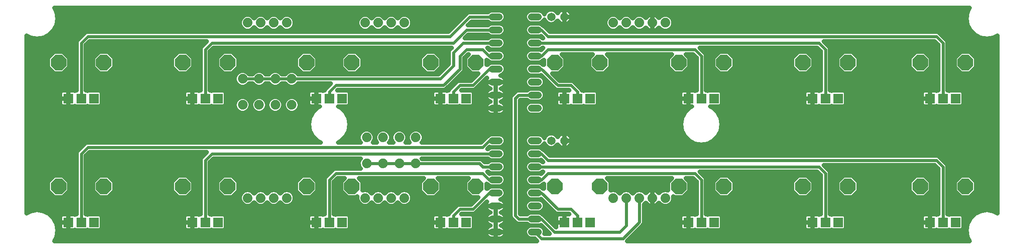
<source format=gbl>
G75*
G70*
%OFA0B0*%
%FSLAX24Y24*%
%IPPOS*%
%LPD*%
%AMOC8*
5,1,8,0,0,1.08239X$1,22.5*
%
%ADD10R,0.0740X0.0740*%
%ADD11OC8,0.1181*%
%ADD12C,0.0520*%
%ADD13C,0.0740*%
%ADD14C,0.0650*%
%ADD15C,0.0240*%
%ADD16C,0.0320*%
D10*
X005026Y003254D03*
X006010Y003254D03*
X006994Y003254D03*
X014526Y003254D03*
X015510Y003254D03*
X016494Y003254D03*
X024026Y003254D03*
X025010Y003254D03*
X025994Y003254D03*
X033526Y003254D03*
X034510Y003254D03*
X035494Y003254D03*
X043026Y003254D03*
X044010Y003254D03*
X044994Y003254D03*
X052526Y003254D03*
X053510Y003254D03*
X054494Y003254D03*
X062026Y003254D03*
X063010Y003254D03*
X063994Y003254D03*
X071026Y003254D03*
X072010Y003254D03*
X072994Y003254D03*
X072994Y012754D03*
X072010Y012754D03*
X071026Y012754D03*
X063994Y012754D03*
X063010Y012754D03*
X062026Y012754D03*
X054494Y012754D03*
X053510Y012754D03*
X052526Y012754D03*
X044994Y012754D03*
X044010Y012754D03*
X043026Y012754D03*
X035494Y012754D03*
X034510Y012754D03*
X033526Y012754D03*
X025994Y012754D03*
X025010Y012754D03*
X024026Y012754D03*
X016494Y012754D03*
X015510Y012754D03*
X014526Y012754D03*
X006994Y012754D03*
X006010Y012754D03*
X005026Y012754D03*
D11*
X004278Y015510D03*
X007742Y015510D03*
X013778Y015510D03*
X017242Y015510D03*
X023278Y015510D03*
X026742Y015510D03*
X032778Y015510D03*
X036242Y015510D03*
X042278Y015510D03*
X045742Y015510D03*
X051778Y015510D03*
X055242Y015510D03*
X061278Y015510D03*
X064742Y015510D03*
X070278Y015510D03*
X073742Y015510D03*
X073742Y006010D03*
X070278Y006010D03*
X064742Y006010D03*
X061278Y006010D03*
X055242Y006010D03*
X051778Y006010D03*
X045742Y006010D03*
X042278Y006010D03*
X036242Y006010D03*
X032778Y006010D03*
X026742Y006010D03*
X023278Y006010D03*
X017242Y006010D03*
X013778Y006010D03*
X007742Y006010D03*
X004278Y006010D03*
D12*
X037500Y005510D02*
X038020Y005510D01*
X040500Y005510D02*
X041020Y005510D01*
X041020Y004510D02*
X040500Y004510D01*
X038020Y004510D02*
X037500Y004510D01*
X037500Y003510D02*
X038020Y003510D01*
X040500Y003510D02*
X041020Y003510D01*
X041020Y002510D02*
X040500Y002510D01*
X038020Y002510D02*
X037500Y002510D01*
X037500Y006510D02*
X038020Y006510D01*
X040500Y006510D02*
X041020Y006510D01*
X041020Y007510D02*
X040500Y007510D01*
X038020Y007510D02*
X037500Y007510D01*
X037500Y008510D02*
X038020Y008510D01*
X040500Y008510D02*
X041020Y008510D01*
X041020Y009510D02*
X040500Y009510D01*
X038020Y009510D02*
X037500Y009510D01*
X037500Y012010D02*
X038020Y012010D01*
X040500Y012010D02*
X041020Y012010D01*
X041020Y013010D02*
X040500Y013010D01*
X038020Y013010D02*
X037500Y013010D01*
X037500Y014010D02*
X038020Y014010D01*
X040500Y014010D02*
X041020Y014010D01*
X041020Y015010D02*
X040500Y015010D01*
X038020Y015010D02*
X037500Y015010D01*
X037500Y016010D02*
X038020Y016010D01*
X040500Y016010D02*
X041020Y016010D01*
X041020Y017010D02*
X040500Y017010D01*
X038020Y017010D02*
X037500Y017010D01*
X037500Y018010D02*
X038020Y018010D01*
X040500Y018010D02*
X041020Y018010D01*
X041020Y019010D02*
X040500Y019010D01*
X038020Y019010D02*
X037500Y019010D01*
D13*
X030760Y018556D03*
X029760Y018556D03*
X028760Y018556D03*
X027760Y018556D03*
X021760Y018556D03*
X020760Y018556D03*
X019760Y018556D03*
X018760Y018556D03*
X018385Y014260D03*
X019635Y014260D03*
X020885Y014260D03*
X022135Y014260D03*
X022135Y012260D03*
X020885Y012260D03*
X019635Y012260D03*
X018385Y012260D03*
X027885Y009760D03*
X029135Y009760D03*
X030385Y009760D03*
X031635Y009760D03*
X031635Y007760D03*
X030385Y007760D03*
X029135Y007760D03*
X027885Y007760D03*
X027760Y005118D03*
X028760Y005118D03*
X029760Y005118D03*
X030760Y005118D03*
X021760Y005118D03*
X020760Y005118D03*
X019760Y005118D03*
X018760Y005118D03*
X046760Y005118D03*
X047760Y005118D03*
X048760Y005118D03*
X049760Y005118D03*
X050760Y005118D03*
X050760Y018556D03*
X049760Y018556D03*
X048760Y018556D03*
X047760Y018556D03*
X046760Y018556D03*
D14*
X043010Y019010D03*
X042010Y019010D03*
X042010Y009510D03*
X043010Y009510D03*
D15*
X041760Y008010D02*
X041260Y008510D01*
X040760Y008510D01*
X041760Y008010D02*
X071510Y008010D01*
X072010Y007510D01*
X072010Y003254D01*
X063010Y003254D02*
X063010Y007010D01*
X062510Y007510D01*
X040760Y007510D01*
X041760Y007010D02*
X053010Y007010D01*
X053510Y006510D01*
X053510Y003254D01*
X048760Y003260D02*
X047510Y002010D01*
X041260Y002010D01*
X040760Y002510D01*
X041260Y003510D02*
X042260Y002510D01*
X047260Y002510D01*
X047760Y003010D01*
X047760Y005118D01*
X048760Y005118D02*
X048760Y003260D01*
X044010Y003254D02*
X044010Y003760D01*
X043510Y004260D01*
X042510Y004260D01*
X041260Y005510D01*
X040760Y005510D01*
X037760Y005510D02*
X037260Y005510D01*
X036010Y004260D01*
X035010Y004260D01*
X034510Y003760D01*
X034510Y003254D01*
X039260Y003760D02*
X039510Y003510D01*
X040760Y003510D01*
X041260Y003510D01*
X039260Y003760D02*
X039260Y012760D01*
X039510Y013010D01*
X040760Y013010D01*
X042510Y013760D02*
X043510Y013760D01*
X044010Y013260D01*
X044010Y012754D01*
X042510Y013760D02*
X041260Y015010D01*
X040760Y015010D01*
X037760Y015010D02*
X037260Y015010D01*
X036010Y013760D01*
X035010Y013760D01*
X034510Y013260D01*
X034510Y012754D01*
X033760Y013760D02*
X035010Y015010D01*
X035010Y016010D01*
X035510Y016510D01*
X036760Y016510D01*
X037260Y016010D01*
X037760Y016010D01*
X035260Y017010D02*
X034510Y016260D01*
X034510Y015260D01*
X033510Y014260D01*
X022135Y014260D01*
X020885Y014260D01*
X019635Y014260D01*
X018385Y014260D01*
X015510Y012754D02*
X015510Y016510D01*
X016010Y017010D01*
X034510Y017010D01*
X035510Y018010D01*
X037760Y018010D01*
X037760Y017010D02*
X035260Y017010D01*
X034260Y017510D02*
X006510Y017510D01*
X006010Y017010D01*
X006010Y012754D01*
X006510Y009010D02*
X006010Y008510D01*
X006010Y003254D01*
X015510Y003254D02*
X015510Y008010D01*
X016010Y008510D01*
X037760Y008510D01*
X036760Y009010D02*
X006510Y009010D01*
X025010Y006510D02*
X025010Y003254D01*
X025010Y006510D02*
X025510Y007010D01*
X036760Y007010D01*
X037260Y006510D01*
X037760Y006510D01*
X037760Y007510D02*
X036760Y007510D01*
X036510Y007760D01*
X031635Y007760D01*
X030385Y007760D01*
X029135Y007760D01*
X027885Y007760D01*
X036760Y009010D02*
X037260Y009510D01*
X037760Y009510D01*
X041260Y006510D02*
X041760Y007010D01*
X041260Y006510D02*
X040760Y006510D01*
X053510Y012754D02*
X053510Y016010D01*
X053010Y016510D01*
X041760Y016510D01*
X041260Y016010D01*
X040760Y016010D01*
X040760Y017010D02*
X062510Y017010D01*
X063010Y016510D01*
X063010Y012754D01*
X072010Y012754D02*
X072010Y017010D01*
X071510Y017510D01*
X041760Y017510D01*
X041260Y018010D01*
X040760Y018010D01*
X037760Y019010D02*
X035760Y019010D01*
X034260Y017510D01*
X033760Y013760D02*
X025510Y013760D01*
X025010Y013260D01*
X025010Y012754D01*
D16*
X004119Y002153D02*
X003949Y001820D01*
X040941Y001820D01*
X040751Y002010D01*
X040401Y002010D01*
X040217Y002086D01*
X040076Y002227D01*
X040000Y002411D01*
X040000Y002609D01*
X040076Y002793D01*
X040217Y002934D01*
X040401Y003010D01*
X041119Y003010D01*
X041303Y002934D01*
X041444Y002793D01*
X041520Y002609D01*
X041520Y002411D01*
X041503Y002370D01*
X041891Y002370D01*
X041212Y003048D01*
X041119Y003010D01*
X040401Y003010D01*
X040217Y003086D01*
X040153Y003150D01*
X039438Y003150D01*
X039306Y003205D01*
X039205Y003306D01*
X038955Y003556D01*
X038900Y003688D01*
X038900Y012832D01*
X038955Y012964D01*
X039056Y013065D01*
X039056Y013065D01*
X039306Y013315D01*
X039438Y013370D01*
X040153Y013370D01*
X040217Y013434D01*
X040401Y013510D01*
X041119Y013510D01*
X041303Y013586D01*
X041444Y013727D01*
X041520Y013911D01*
X041520Y014109D01*
X041444Y014293D01*
X041303Y014434D01*
X041119Y014510D01*
X041212Y014548D01*
X042205Y013556D01*
X042306Y013455D01*
X042438Y013400D01*
X043361Y013400D01*
X043377Y013384D01*
X043026Y013384D01*
X043026Y012754D01*
X043026Y012124D01*
X043421Y012124D01*
X043472Y012134D01*
X043519Y012154D01*
X043538Y012167D01*
X043592Y012144D01*
X044428Y012144D01*
X044502Y012175D01*
X044577Y012144D01*
X045412Y012144D01*
X045500Y012181D01*
X045568Y012248D01*
X045604Y012336D01*
X045604Y013172D01*
X045568Y013260D01*
X045500Y013328D01*
X045412Y013364D01*
X044577Y013364D01*
X044502Y013333D01*
X044428Y013364D01*
X044357Y013364D01*
X044315Y013464D01*
X044214Y013565D01*
X043714Y014065D01*
X043582Y014120D01*
X042659Y014120D01*
X042100Y014679D01*
X042622Y014679D01*
X043108Y015166D01*
X043108Y015854D01*
X042812Y016150D01*
X045208Y016150D01*
X044912Y015854D01*
X044912Y015166D01*
X045398Y014679D01*
X046086Y014679D01*
X046573Y015166D01*
X046573Y015854D01*
X046277Y016150D01*
X051243Y016150D01*
X050947Y015854D01*
X050947Y015166D01*
X051434Y014679D01*
X052122Y014679D01*
X052608Y015166D01*
X052608Y015854D01*
X052312Y016150D01*
X052861Y016150D01*
X053150Y015861D01*
X053150Y013364D01*
X053092Y013364D01*
X053038Y013342D01*
X053019Y013355D01*
X052972Y013374D01*
X052921Y013384D01*
X052526Y013384D01*
X052526Y012754D01*
X052526Y012124D01*
X052793Y012124D01*
X052593Y012022D01*
X052248Y011677D01*
X052248Y011677D01*
X052026Y011242D01*
X051950Y010760D01*
X051950Y010760D01*
X052026Y010278D01*
X052026Y010278D01*
X052248Y009843D01*
X052593Y009498D01*
X053028Y009276D01*
X053510Y009200D01*
X053992Y009276D01*
X054427Y009498D01*
X054772Y009843D01*
X054772Y009843D01*
X054994Y010278D01*
X055070Y010760D01*
X054994Y011242D01*
X054772Y011677D01*
X054427Y012022D01*
X054187Y012144D01*
X054912Y012144D01*
X055000Y012181D01*
X055068Y012248D01*
X055104Y012336D01*
X055104Y013172D01*
X055068Y013260D01*
X055000Y013328D01*
X054912Y013364D01*
X054077Y013364D01*
X054002Y013333D01*
X053928Y013364D01*
X053870Y013364D01*
X053870Y016082D01*
X053815Y016214D01*
X053714Y016315D01*
X053379Y016650D01*
X062361Y016650D01*
X062650Y016361D01*
X062650Y013364D01*
X062592Y013364D01*
X062538Y013342D01*
X062519Y013355D01*
X062472Y013374D01*
X062421Y013384D01*
X062026Y013384D01*
X062026Y012754D01*
X062026Y012124D01*
X062421Y012124D01*
X062472Y012134D01*
X062519Y012154D01*
X062538Y012167D01*
X062592Y012144D01*
X063428Y012144D01*
X063502Y012175D01*
X063577Y012144D01*
X064412Y012144D01*
X064500Y012181D01*
X064568Y012248D01*
X064604Y012336D01*
X064604Y013172D01*
X064568Y013260D01*
X064500Y013328D01*
X064412Y013364D01*
X063577Y013364D01*
X063502Y013333D01*
X063428Y013364D01*
X063370Y013364D01*
X063370Y016582D01*
X063315Y016714D01*
X063214Y016815D01*
X063214Y016815D01*
X062879Y017150D01*
X071361Y017150D01*
X071650Y016861D01*
X071650Y013364D01*
X071592Y013364D01*
X071538Y013342D01*
X071519Y013355D01*
X071472Y013374D01*
X071421Y013384D01*
X071026Y013384D01*
X071026Y012754D01*
X071026Y012124D01*
X071421Y012124D01*
X071472Y012134D01*
X071519Y012154D01*
X071538Y012167D01*
X071592Y012144D01*
X072428Y012144D01*
X072502Y012175D01*
X072577Y012144D01*
X073412Y012144D01*
X073500Y012181D01*
X073568Y012248D01*
X073604Y012336D01*
X073604Y013172D01*
X073568Y013260D01*
X073500Y013328D01*
X073412Y013364D01*
X072577Y013364D01*
X072502Y013333D01*
X072428Y013364D01*
X072370Y013364D01*
X072370Y017082D01*
X072315Y017214D01*
X072214Y017315D01*
X071714Y017815D01*
X071582Y017870D01*
X041909Y017870D01*
X041464Y018315D01*
X041392Y018345D01*
X041303Y018434D01*
X041119Y018510D01*
X041303Y018586D01*
X041444Y018727D01*
X041480Y018814D01*
X041531Y018690D01*
X041690Y018531D01*
X041898Y018445D01*
X042122Y018445D01*
X042330Y018531D01*
X042489Y018690D01*
X042501Y018720D01*
X042510Y018703D01*
X042564Y018629D01*
X042629Y018564D01*
X042703Y018510D01*
X042785Y018468D01*
X042873Y018439D01*
X042964Y018425D01*
X043010Y018425D01*
X043056Y018425D01*
X043147Y018439D01*
X043235Y018468D01*
X043317Y018510D01*
X043391Y018564D01*
X043456Y018629D01*
X043510Y018703D01*
X043552Y018785D01*
X043581Y018873D01*
X043595Y018964D01*
X043595Y019010D01*
X043595Y019056D01*
X043581Y019147D01*
X043552Y019235D01*
X043510Y019317D01*
X043456Y019391D01*
X043391Y019456D01*
X043317Y019510D01*
X043235Y019552D01*
X043147Y019581D01*
X043056Y019595D01*
X043010Y019595D01*
X043010Y019010D01*
X043595Y019010D01*
X043010Y019010D01*
X043010Y019010D01*
X043010Y019010D01*
X043010Y018425D01*
X043010Y019010D01*
X043010Y019010D01*
X043010Y019595D01*
X042964Y019595D01*
X042873Y019581D01*
X042785Y019552D01*
X042703Y019510D01*
X042629Y019456D01*
X042564Y019391D01*
X042510Y019317D01*
X042501Y019300D01*
X042489Y019330D01*
X042330Y019489D01*
X042122Y019575D01*
X041898Y019575D01*
X041690Y019489D01*
X041531Y019330D01*
X041480Y019206D01*
X041444Y019293D01*
X041303Y019434D01*
X041119Y019510D01*
X040401Y019510D01*
X040217Y019434D01*
X040076Y019293D01*
X040000Y019109D01*
X040000Y018911D01*
X040076Y018727D01*
X040217Y018586D01*
X040401Y018510D01*
X041119Y018510D01*
X040401Y018510D01*
X040217Y018434D01*
X040076Y018293D01*
X040000Y018109D01*
X040000Y017911D01*
X040076Y017727D01*
X040217Y017586D01*
X040401Y017510D01*
X040217Y017434D01*
X040076Y017293D01*
X040000Y017109D01*
X040000Y016911D01*
X040076Y016727D01*
X040217Y016586D01*
X040401Y016510D01*
X040217Y016434D01*
X040076Y016293D01*
X040000Y016109D01*
X040000Y015911D01*
X038520Y015911D01*
X038520Y016109D01*
X038444Y016293D01*
X038303Y016434D01*
X038119Y016510D01*
X038303Y016586D01*
X038444Y016727D01*
X038520Y016911D01*
X038520Y017109D01*
X038444Y017293D01*
X038303Y017434D01*
X038119Y017510D01*
X038303Y017586D01*
X038444Y017727D01*
X038520Y017911D01*
X038520Y018109D01*
X038444Y018293D01*
X038303Y018434D01*
X038119Y018510D01*
X038303Y018586D01*
X038444Y018727D01*
X038520Y018911D01*
X038520Y019109D01*
X038444Y019293D01*
X038303Y019434D01*
X038119Y019510D01*
X037401Y019510D01*
X037217Y019434D01*
X037153Y019370D01*
X035688Y019370D01*
X035556Y019315D01*
X034111Y017870D01*
X006438Y017870D01*
X006306Y017815D01*
X005806Y017315D01*
X005705Y017214D01*
X005650Y017082D01*
X005650Y013364D01*
X005592Y013364D01*
X005538Y013342D01*
X005519Y013355D01*
X005472Y013374D01*
X005421Y013384D01*
X005026Y013384D01*
X005026Y012754D01*
X005026Y012124D01*
X005421Y012124D01*
X005472Y012134D01*
X005519Y012154D01*
X005538Y012167D01*
X005592Y012144D01*
X006428Y012144D01*
X006502Y012175D01*
X006577Y012144D01*
X007412Y012144D01*
X007500Y012181D01*
X007568Y012248D01*
X007604Y012336D01*
X007604Y013172D01*
X007568Y013260D01*
X007500Y013328D01*
X007412Y013364D01*
X006577Y013364D01*
X006502Y013333D01*
X006428Y013364D01*
X006370Y013364D01*
X006370Y016861D01*
X006659Y017150D01*
X015641Y017150D01*
X015306Y016815D01*
X015205Y016714D01*
X015150Y016582D01*
X015150Y013364D01*
X015092Y013364D01*
X015038Y013342D01*
X015019Y013355D01*
X014972Y013374D01*
X014921Y013384D01*
X014526Y013384D01*
X014526Y012754D01*
X014526Y012124D01*
X014921Y012124D01*
X014972Y012134D01*
X015019Y012154D01*
X015038Y012167D01*
X015092Y012144D01*
X015928Y012144D01*
X016002Y012175D01*
X016077Y012144D01*
X016912Y012144D01*
X017000Y012181D01*
X017068Y012248D01*
X017104Y012336D01*
X017104Y013172D01*
X017068Y013260D01*
X017000Y013328D01*
X016912Y013364D01*
X016077Y013364D01*
X016002Y013333D01*
X015928Y013364D01*
X015870Y013364D01*
X015870Y016361D01*
X016159Y016650D01*
X034391Y016650D01*
X034205Y016464D01*
X034150Y016332D01*
X034150Y015409D01*
X033361Y014620D01*
X022638Y014620D01*
X022481Y014777D01*
X022256Y014870D01*
X022014Y014870D01*
X021789Y014777D01*
X021632Y014620D01*
X021388Y014620D01*
X021231Y014777D01*
X021006Y014870D01*
X020764Y014870D01*
X020539Y014777D01*
X020382Y014620D01*
X020138Y014620D01*
X019981Y014777D01*
X019756Y014870D01*
X019514Y014870D01*
X019289Y014777D01*
X019132Y014620D01*
X018888Y014620D01*
X018731Y014777D01*
X018506Y014870D01*
X018264Y014870D01*
X018039Y014777D01*
X017868Y014606D01*
X017775Y014381D01*
X017775Y014139D01*
X017868Y013914D01*
X018039Y013743D01*
X018264Y013650D01*
X018506Y013650D01*
X018731Y013743D01*
X018888Y013900D01*
X019132Y013900D01*
X019289Y013743D01*
X019514Y013650D01*
X019756Y013650D01*
X019981Y013743D01*
X020138Y013900D01*
X020382Y013900D01*
X020539Y013743D01*
X020764Y013650D01*
X021006Y013650D01*
X021231Y013743D01*
X021388Y013900D01*
X021632Y013900D01*
X021789Y013743D01*
X022014Y013650D01*
X022256Y013650D01*
X022481Y013743D01*
X022638Y013900D01*
X025141Y013900D01*
X024806Y013565D01*
X024705Y013464D01*
X024663Y013364D01*
X024592Y013364D01*
X024538Y013342D01*
X024519Y013355D01*
X024472Y013374D01*
X024421Y013384D01*
X024026Y013384D01*
X024026Y012754D01*
X024026Y012124D01*
X024293Y012124D01*
X024093Y012022D01*
X023748Y011677D01*
X023748Y011677D01*
X023526Y011242D01*
X023450Y010760D01*
X023450Y010760D01*
X023526Y010278D01*
X023526Y010278D01*
X023748Y009843D01*
X024093Y009498D01*
X024344Y009370D01*
X006438Y009370D01*
X006306Y009315D01*
X005806Y008815D01*
X005705Y008714D01*
X005650Y008582D01*
X005650Y003864D01*
X005592Y003864D01*
X005538Y003842D01*
X005519Y003855D01*
X005472Y003874D01*
X005421Y003884D01*
X005026Y003884D01*
X005026Y003254D01*
X005026Y002624D01*
X005421Y002624D01*
X005472Y002634D01*
X005519Y002654D01*
X005538Y002667D01*
X005592Y002644D01*
X006428Y002644D01*
X006502Y002675D01*
X006577Y002644D01*
X007412Y002644D01*
X007500Y002681D01*
X007568Y002748D01*
X007604Y002836D01*
X007604Y003672D01*
X007568Y003760D01*
X007500Y003828D01*
X007412Y003864D01*
X006577Y003864D01*
X006502Y003833D01*
X006428Y003864D01*
X006370Y003864D01*
X006370Y008361D01*
X006659Y008650D01*
X015641Y008650D01*
X015306Y008315D01*
X015205Y008214D01*
X015150Y008082D01*
X015150Y003864D01*
X015092Y003864D01*
X015038Y003842D01*
X015019Y003855D01*
X014972Y003874D01*
X014921Y003884D01*
X014526Y003884D01*
X014526Y003254D01*
X014526Y002624D01*
X014921Y002624D01*
X014972Y002634D01*
X015019Y002654D01*
X015038Y002667D01*
X015092Y002644D01*
X015928Y002644D01*
X016002Y002675D01*
X016077Y002644D01*
X016912Y002644D01*
X017000Y002681D01*
X017068Y002748D01*
X017104Y002836D01*
X017104Y003672D01*
X017068Y003760D01*
X017000Y003828D01*
X016912Y003864D01*
X016077Y003864D01*
X016002Y003833D01*
X015928Y003864D01*
X015870Y003864D01*
X015870Y007861D01*
X016159Y008150D01*
X027412Y008150D01*
X027368Y008106D01*
X027275Y007881D01*
X027275Y007639D01*
X027368Y007414D01*
X027412Y007370D01*
X025438Y007370D01*
X025306Y007315D01*
X024806Y006815D01*
X024705Y006714D01*
X024650Y006582D01*
X024650Y003864D01*
X024592Y003864D01*
X024538Y003842D01*
X024519Y003855D01*
X024472Y003874D01*
X024421Y003884D01*
X024026Y003884D01*
X024026Y003254D01*
X024026Y002624D01*
X024421Y002624D01*
X024472Y002634D01*
X024519Y002654D01*
X024538Y002667D01*
X024592Y002644D01*
X025428Y002644D01*
X025502Y002675D01*
X025577Y002644D01*
X026412Y002644D01*
X026500Y002681D01*
X026568Y002748D01*
X026604Y002836D01*
X026604Y003672D01*
X026568Y003760D01*
X026500Y003828D01*
X026412Y003864D01*
X025577Y003864D01*
X025502Y003833D01*
X025428Y003864D01*
X025370Y003864D01*
X025370Y006361D01*
X025659Y006650D01*
X026208Y006650D01*
X025912Y006354D01*
X025912Y005666D01*
X026398Y005179D01*
X027086Y005179D01*
X027153Y005246D01*
X027150Y005240D01*
X027150Y004997D01*
X027243Y004773D01*
X027414Y004601D01*
X027639Y004508D01*
X027881Y004508D01*
X028106Y004601D01*
X028260Y004756D01*
X028414Y004601D01*
X028639Y004508D01*
X028881Y004508D01*
X029106Y004601D01*
X029260Y004756D01*
X029414Y004601D01*
X029639Y004508D01*
X029881Y004508D01*
X030106Y004601D01*
X030260Y004756D01*
X030414Y004601D01*
X030639Y004508D01*
X030881Y004508D01*
X031106Y004601D01*
X031277Y004773D01*
X031370Y004997D01*
X031370Y005240D01*
X031277Y005464D01*
X031106Y005635D01*
X030881Y005728D01*
X030639Y005728D01*
X030414Y005635D01*
X030260Y005481D01*
X030106Y005635D01*
X029881Y005728D01*
X029639Y005728D01*
X029414Y005635D01*
X029260Y005481D01*
X029106Y005635D01*
X028881Y005728D01*
X028639Y005728D01*
X028414Y005635D01*
X028260Y005481D01*
X028106Y005635D01*
X027881Y005728D01*
X027639Y005728D01*
X027573Y005701D01*
X027573Y006354D01*
X027277Y006650D01*
X032243Y006650D01*
X031947Y006354D01*
X031947Y005666D01*
X032434Y005179D01*
X033122Y005179D01*
X033608Y005666D01*
X033608Y006354D01*
X033312Y006650D01*
X035708Y006650D01*
X035412Y006354D01*
X035412Y005666D01*
X035898Y005179D01*
X036420Y005179D01*
X035861Y004620D01*
X034938Y004620D01*
X034806Y004565D01*
X034306Y004065D01*
X034205Y003964D01*
X034163Y003864D01*
X034092Y003864D01*
X034038Y003842D01*
X034019Y003855D01*
X033972Y003874D01*
X033921Y003884D01*
X033526Y003884D01*
X033526Y003254D01*
X033526Y002624D01*
X033921Y002624D01*
X033972Y002634D01*
X034019Y002654D01*
X034038Y002667D01*
X034092Y002644D01*
X034928Y002644D01*
X035002Y002675D01*
X035077Y002644D01*
X035912Y002644D01*
X036000Y002681D01*
X036068Y002748D01*
X036104Y002836D01*
X036104Y003672D01*
X036068Y003760D01*
X036000Y003828D01*
X035912Y003864D01*
X035123Y003864D01*
X035159Y003900D01*
X036082Y003900D01*
X036214Y003955D01*
X036315Y004056D01*
X037091Y004832D01*
X037055Y004783D01*
X037018Y004710D01*
X036993Y004632D01*
X036980Y004551D01*
X036980Y004510D01*
X037760Y004510D01*
X038540Y004510D01*
X038540Y004551D01*
X038527Y004632D01*
X038502Y004710D01*
X038465Y004783D01*
X038417Y004849D01*
X038359Y004907D01*
X038293Y004955D01*
X038220Y004992D01*
X038142Y005017D01*
X038138Y005018D01*
X038303Y005086D01*
X038444Y005227D01*
X038520Y005411D01*
X038520Y005609D01*
X038444Y005793D01*
X038303Y005934D01*
X038119Y006010D01*
X038303Y006086D01*
X038444Y006227D01*
X038520Y006411D01*
X038520Y006609D01*
X038444Y006793D01*
X038303Y006934D01*
X038119Y007010D01*
X038303Y007086D01*
X038444Y007227D01*
X038520Y007411D01*
X038520Y007609D01*
X038444Y007793D01*
X038303Y007934D01*
X038119Y008010D01*
X038303Y008086D01*
X038444Y008227D01*
X038520Y008411D01*
X038520Y008609D01*
X038444Y008793D01*
X038303Y008934D01*
X038119Y009010D01*
X038303Y009086D01*
X038444Y009227D01*
X038520Y009411D01*
X038520Y009609D01*
X038444Y009793D01*
X038303Y009934D01*
X038119Y010010D01*
X037401Y010010D01*
X037217Y009934D01*
X037128Y009845D01*
X037056Y009815D01*
X036611Y009370D01*
X032108Y009370D01*
X032152Y009414D01*
X032245Y009639D01*
X032245Y009881D01*
X032152Y010106D01*
X031981Y010277D01*
X031756Y010370D01*
X031514Y010370D01*
X031289Y010277D01*
X031118Y010106D01*
X031025Y009881D01*
X031025Y009639D01*
X031118Y009414D01*
X031162Y009370D01*
X030858Y009370D01*
X030902Y009414D01*
X030995Y009639D01*
X030995Y009881D01*
X030902Y010106D01*
X030731Y010277D01*
X030506Y010370D01*
X030264Y010370D01*
X030039Y010277D01*
X029868Y010106D01*
X029775Y009881D01*
X029775Y009639D01*
X029868Y009414D01*
X029912Y009370D01*
X029608Y009370D01*
X029652Y009414D01*
X029745Y009639D01*
X029745Y009881D01*
X029652Y010106D01*
X029481Y010277D01*
X029256Y010370D01*
X029014Y010370D01*
X028789Y010277D01*
X028618Y010106D01*
X028525Y009881D01*
X028525Y009639D01*
X028618Y009414D01*
X028662Y009370D01*
X028358Y009370D01*
X028402Y009414D01*
X028495Y009639D01*
X028495Y009881D01*
X028402Y010106D01*
X028231Y010277D01*
X028006Y010370D01*
X027764Y010370D01*
X027539Y010277D01*
X027368Y010106D01*
X027275Y009881D01*
X027275Y009639D01*
X027368Y009414D01*
X027412Y009370D01*
X025676Y009370D01*
X025927Y009498D01*
X026272Y009843D01*
X026494Y010278D01*
X026570Y010760D01*
X026494Y011242D01*
X026272Y011677D01*
X025927Y012022D01*
X025687Y012144D01*
X026412Y012144D01*
X026500Y012181D01*
X026568Y012248D01*
X026604Y012336D01*
X026604Y013172D01*
X026568Y013260D01*
X026500Y013328D01*
X026412Y013364D01*
X025623Y013364D01*
X025659Y013400D01*
X033832Y013400D01*
X033964Y013455D01*
X034065Y013556D01*
X035214Y014705D01*
X035315Y014806D01*
X035370Y014938D01*
X035370Y015861D01*
X035659Y016150D01*
X035708Y016150D01*
X035412Y015854D01*
X035412Y015166D01*
X035898Y014679D01*
X036420Y014679D01*
X035861Y014120D01*
X034938Y014120D01*
X034806Y014065D01*
X034306Y013565D01*
X034205Y013464D01*
X034163Y013364D01*
X034092Y013364D01*
X034038Y013342D01*
X034019Y013355D01*
X033972Y013374D01*
X033921Y013384D01*
X033526Y013384D01*
X033526Y012754D01*
X033526Y012124D01*
X033921Y012124D01*
X033972Y012134D01*
X034019Y012154D01*
X034038Y012167D01*
X034092Y012144D01*
X034928Y012144D01*
X035002Y012175D01*
X035077Y012144D01*
X035912Y012144D01*
X036000Y012181D01*
X036068Y012248D01*
X036104Y012336D01*
X036104Y013172D01*
X036068Y013260D01*
X036000Y013328D01*
X035912Y013364D01*
X035123Y013364D01*
X035159Y013400D01*
X036082Y013400D01*
X036214Y013455D01*
X036315Y013556D01*
X037091Y014332D01*
X037055Y014283D01*
X037018Y014210D01*
X036993Y014132D01*
X036980Y014051D01*
X036980Y014010D01*
X037760Y014010D01*
X038540Y014010D01*
X038540Y014051D01*
X038527Y014132D01*
X038502Y014210D01*
X038465Y014283D01*
X038417Y014349D01*
X038359Y014407D01*
X038293Y014455D01*
X038220Y014492D01*
X038142Y014517D01*
X038138Y014518D01*
X038303Y014586D01*
X038444Y014727D01*
X038520Y014911D01*
X038520Y015109D01*
X038444Y015293D01*
X038303Y015434D01*
X038119Y015510D01*
X038303Y015586D01*
X038444Y015727D01*
X038520Y015911D01*
X038310Y015593D02*
X040210Y015593D01*
X040217Y015586D02*
X040401Y015510D01*
X040217Y015434D01*
X040076Y015293D01*
X040000Y015109D01*
X040000Y014911D01*
X040076Y014727D01*
X040217Y014586D01*
X040401Y014510D01*
X041119Y014510D01*
X040401Y014510D01*
X040217Y014434D01*
X040076Y014293D01*
X040000Y014109D01*
X040000Y013911D01*
X040076Y013727D01*
X040217Y013586D01*
X040401Y013510D01*
X041119Y013510D01*
X041303Y013434D01*
X041444Y013293D01*
X041520Y013109D01*
X041520Y012911D01*
X041444Y012727D01*
X041303Y012586D01*
X041119Y012510D01*
X041303Y012434D01*
X041444Y012293D01*
X041520Y012109D01*
X041520Y011911D01*
X041444Y011727D01*
X041303Y011586D01*
X041119Y011510D01*
X040401Y011510D01*
X040217Y011586D01*
X040076Y011727D01*
X040000Y011911D01*
X040000Y012109D01*
X040076Y012293D01*
X040217Y012434D01*
X040401Y012510D01*
X041119Y012510D01*
X040401Y012510D01*
X040217Y012586D01*
X040153Y012650D01*
X039659Y012650D01*
X039620Y012611D01*
X039620Y003909D01*
X039659Y003870D01*
X040153Y003870D01*
X040217Y003934D01*
X040401Y004010D01*
X041119Y004010D01*
X041303Y004086D01*
X041444Y004227D01*
X041520Y004411D01*
X041520Y004609D01*
X041444Y004793D01*
X041303Y004934D01*
X041119Y005010D01*
X040401Y005010D01*
X040217Y004934D01*
X040076Y004793D01*
X040000Y004609D01*
X040000Y004411D01*
X040076Y004227D01*
X040217Y004086D01*
X040401Y004010D01*
X041119Y004010D01*
X041303Y003934D01*
X041392Y003845D01*
X041464Y003815D01*
X041565Y003714D01*
X042396Y002883D01*
X042396Y003254D01*
X043026Y003254D01*
X043026Y003254D01*
X043026Y003884D01*
X043377Y003884D01*
X043361Y003900D01*
X042438Y003900D01*
X042306Y003955D01*
X042205Y004056D01*
X041212Y005048D01*
X041119Y005010D01*
X040401Y005010D01*
X040217Y005086D01*
X040076Y005227D01*
X040000Y005411D01*
X040000Y005609D01*
X040076Y005793D01*
X040217Y005934D01*
X040401Y006010D01*
X041119Y006010D01*
X041303Y005934D01*
X041392Y005845D01*
X041447Y005822D01*
X041447Y006198D01*
X041392Y006175D01*
X041303Y006086D01*
X041119Y006010D01*
X040401Y006010D01*
X040217Y006086D01*
X040076Y006227D01*
X040000Y006411D01*
X040000Y006609D01*
X040076Y006793D01*
X040217Y006934D01*
X040401Y007010D01*
X041119Y007010D01*
X041212Y006972D01*
X041391Y007150D01*
X041367Y007150D01*
X041303Y007086D01*
X041119Y007010D01*
X040401Y007010D01*
X040217Y007086D01*
X040076Y007227D01*
X040000Y007411D01*
X040000Y007609D01*
X040076Y007793D01*
X040217Y007934D01*
X040401Y008010D01*
X041119Y008010D01*
X041303Y007934D01*
X041367Y007870D01*
X041391Y007870D01*
X041212Y008048D01*
X041119Y008010D01*
X040401Y008010D01*
X040217Y008086D01*
X040076Y008227D01*
X040000Y008411D01*
X040000Y008609D01*
X040076Y008793D01*
X040217Y008934D01*
X040401Y009010D01*
X041119Y009010D01*
X041303Y009086D01*
X041444Y009227D01*
X041480Y009314D01*
X041531Y009190D01*
X041690Y009031D01*
X041898Y008945D01*
X042122Y008945D01*
X042330Y009031D01*
X042489Y009190D01*
X042501Y009220D01*
X042510Y009203D01*
X042564Y009129D01*
X042629Y009064D01*
X042703Y009010D01*
X042785Y008968D01*
X042873Y008939D01*
X042964Y008925D01*
X043010Y008925D01*
X043056Y008925D01*
X043147Y008939D01*
X043235Y008968D01*
X043317Y009010D01*
X043391Y009064D01*
X043456Y009129D01*
X043510Y009203D01*
X043552Y009285D01*
X043581Y009373D01*
X043595Y009464D01*
X043595Y009510D01*
X043595Y009556D01*
X043581Y009647D01*
X043552Y009735D01*
X043510Y009817D01*
X043456Y009891D01*
X043391Y009956D01*
X043317Y010010D01*
X043235Y010052D01*
X043147Y010081D01*
X043056Y010095D01*
X043010Y010095D01*
X043010Y009510D01*
X043595Y009510D01*
X043010Y009510D01*
X043010Y009510D01*
X043010Y009510D01*
X043010Y008925D01*
X043010Y009510D01*
X043010Y009510D01*
X043010Y010095D01*
X042964Y010095D01*
X042873Y010081D01*
X042785Y010052D01*
X042703Y010010D01*
X042629Y009956D01*
X042564Y009891D01*
X042510Y009817D01*
X042501Y009800D01*
X042489Y009830D01*
X042330Y009989D01*
X042122Y010075D01*
X041898Y010075D01*
X041690Y009989D01*
X041531Y009830D01*
X041480Y009706D01*
X041444Y009793D01*
X041303Y009934D01*
X041119Y010010D01*
X040401Y010010D01*
X040217Y009934D01*
X040076Y009793D01*
X040000Y009609D01*
X040000Y009411D01*
X040076Y009227D01*
X040217Y009086D01*
X040401Y009010D01*
X041119Y009010D01*
X041303Y008934D01*
X041392Y008845D01*
X041464Y008815D01*
X041909Y008370D01*
X071582Y008370D01*
X071714Y008315D01*
X072214Y007815D01*
X072315Y007714D01*
X072370Y007582D01*
X072370Y003864D01*
X072428Y003864D01*
X072502Y003833D01*
X072577Y003864D01*
X073412Y003864D01*
X073500Y003828D01*
X073568Y003760D01*
X073604Y003672D01*
X073604Y002836D01*
X073568Y002748D01*
X073500Y002681D01*
X073412Y002644D01*
X072577Y002644D01*
X072502Y002675D01*
X072428Y002644D01*
X071592Y002644D01*
X071538Y002667D01*
X071519Y002654D01*
X071472Y002634D01*
X071421Y002624D01*
X071026Y002624D01*
X071026Y003254D01*
X071026Y003254D01*
X071026Y003254D01*
X071026Y003884D01*
X071421Y003884D01*
X071472Y003874D01*
X071519Y003855D01*
X071538Y003842D01*
X071592Y003864D01*
X071650Y003864D01*
X071650Y007361D01*
X071361Y007650D01*
X062879Y007650D01*
X063214Y007315D01*
X063214Y007315D01*
X063315Y007214D01*
X063370Y007082D01*
X063370Y003864D01*
X063428Y003864D01*
X063502Y003833D01*
X063577Y003864D01*
X064412Y003864D01*
X064500Y003828D01*
X064568Y003760D01*
X064604Y003672D01*
X064604Y002836D01*
X064568Y002748D01*
X064500Y002681D01*
X064412Y002644D01*
X063577Y002644D01*
X063502Y002675D01*
X063428Y002644D01*
X062592Y002644D01*
X062538Y002667D01*
X062519Y002654D01*
X062472Y002634D01*
X062421Y002624D01*
X062026Y002624D01*
X062026Y003254D01*
X062026Y003254D01*
X062026Y003254D01*
X062026Y003884D01*
X062421Y003884D01*
X062472Y003874D01*
X062519Y003855D01*
X062538Y003842D01*
X062592Y003864D01*
X062650Y003864D01*
X062650Y006861D01*
X062361Y007150D01*
X053379Y007150D01*
X053714Y006815D01*
X053815Y006714D01*
X053870Y006582D01*
X053870Y003864D01*
X053928Y003864D01*
X054002Y003833D01*
X054077Y003864D01*
X054912Y003864D01*
X055000Y003828D01*
X055068Y003760D01*
X055104Y003672D01*
X055104Y002836D01*
X055068Y002748D01*
X055000Y002681D01*
X054912Y002644D01*
X054077Y002644D01*
X054002Y002675D01*
X053928Y002644D01*
X053092Y002644D01*
X053038Y002667D01*
X053019Y002654D01*
X052972Y002634D01*
X052921Y002624D01*
X052526Y002624D01*
X052526Y003254D01*
X052526Y003254D01*
X052526Y003254D01*
X052526Y003884D01*
X052921Y003884D01*
X052972Y003874D01*
X053019Y003855D01*
X053038Y003842D01*
X053092Y003864D01*
X053150Y003864D01*
X053150Y006361D01*
X052861Y006650D01*
X052312Y006650D01*
X052608Y006354D01*
X052608Y005666D01*
X052122Y005179D01*
X051434Y005179D01*
X051367Y005246D01*
X051370Y005240D01*
X051370Y004997D01*
X051277Y004773D01*
X051106Y004601D01*
X050881Y004508D01*
X050639Y004508D01*
X050414Y004601D01*
X050269Y004747D01*
X050241Y004708D01*
X050170Y004638D01*
X050090Y004579D01*
X050002Y004534D01*
X049908Y004504D01*
X049810Y004488D01*
X049760Y004488D01*
X049760Y005118D01*
X049760Y005118D01*
X049760Y004488D01*
X049710Y004488D01*
X049612Y004504D01*
X049518Y004534D01*
X049430Y004579D01*
X049350Y004638D01*
X049279Y004708D01*
X049251Y004747D01*
X049120Y004616D01*
X049120Y003188D01*
X049065Y003056D01*
X047829Y001820D01*
X074071Y001820D01*
X073901Y002153D01*
X073901Y002153D01*
X073825Y002635D01*
X073825Y002635D01*
X073901Y003117D01*
X073901Y003117D01*
X074123Y003552D01*
X074123Y003552D01*
X074468Y003897D01*
X074468Y003897D01*
X074903Y004119D01*
X074903Y004119D01*
X075385Y004195D01*
X075385Y004195D01*
X075867Y004119D01*
X075867Y004119D01*
X076200Y003949D01*
X076200Y017571D01*
X075867Y017401D01*
X075867Y017401D01*
X075385Y017325D01*
X075385Y017325D01*
X074903Y017401D01*
X074903Y017401D01*
X074468Y017623D01*
X074468Y017623D01*
X074123Y017968D01*
X074123Y017968D01*
X073901Y018403D01*
X073825Y018885D01*
X073901Y019367D01*
X073901Y019367D01*
X074071Y019700D01*
X003949Y019700D01*
X004119Y019367D01*
X004119Y019367D01*
X004195Y018885D01*
X004119Y018403D01*
X004119Y018403D01*
X003897Y017968D01*
X003897Y017968D01*
X003552Y017623D01*
X003552Y017623D01*
X003117Y017401D01*
X003117Y017401D01*
X002635Y017325D01*
X002635Y017325D01*
X002153Y017401D01*
X002153Y017401D01*
X001820Y017571D01*
X001820Y003949D01*
X002153Y004119D01*
X002153Y004119D01*
X002635Y004195D01*
X002635Y004195D01*
X003117Y004119D01*
X003117Y004119D01*
X003552Y003897D01*
X003552Y003897D01*
X003897Y003552D01*
X003897Y003552D01*
X004119Y003117D01*
X004119Y003117D01*
X004195Y002635D01*
X004119Y002153D01*
X004119Y002153D01*
X004129Y002216D02*
X037071Y002216D01*
X037055Y002237D02*
X037103Y002171D01*
X037161Y002113D01*
X037227Y002065D01*
X037300Y002028D01*
X037378Y002003D01*
X037459Y001990D01*
X037760Y001990D01*
X038061Y001990D01*
X038142Y002003D01*
X038220Y002028D01*
X038293Y002065D01*
X038359Y002113D01*
X038417Y002171D01*
X038465Y002237D01*
X038502Y002310D01*
X038527Y002388D01*
X038540Y002469D01*
X038540Y002510D01*
X038540Y002551D01*
X038527Y002632D01*
X038502Y002710D01*
X038465Y002783D01*
X038417Y002849D01*
X038359Y002907D01*
X038293Y002955D01*
X038220Y002992D01*
X038164Y003010D01*
X038220Y003028D01*
X038293Y003065D01*
X038359Y003113D01*
X038417Y003171D01*
X038465Y003237D01*
X038502Y003310D01*
X038527Y003388D01*
X038540Y003469D01*
X038540Y003510D01*
X038540Y003551D01*
X038527Y003632D01*
X038502Y003710D01*
X038465Y003783D01*
X038417Y003849D01*
X038359Y003907D01*
X038293Y003955D01*
X038220Y003992D01*
X038164Y004010D01*
X038220Y004028D01*
X038293Y004065D01*
X038359Y004113D01*
X038417Y004171D01*
X038465Y004237D01*
X038502Y004310D01*
X038527Y004388D01*
X038540Y004469D01*
X038540Y004510D01*
X037760Y004510D01*
X037760Y004510D01*
X037760Y004510D01*
X037760Y003990D01*
X037760Y003510D01*
X038540Y003510D01*
X037760Y003510D01*
X037760Y003510D01*
X037760Y003510D01*
X037760Y003510D01*
X036980Y003510D01*
X036980Y003551D01*
X036993Y003632D01*
X037018Y003710D01*
X037055Y003783D01*
X037103Y003849D01*
X037161Y003907D01*
X037227Y003955D01*
X037300Y003992D01*
X037356Y004010D01*
X037300Y004028D01*
X037227Y004065D01*
X037161Y004113D01*
X037103Y004171D01*
X037055Y004237D01*
X037018Y004310D01*
X036993Y004388D01*
X036980Y004469D01*
X036980Y004510D01*
X037760Y004510D01*
X037760Y004510D01*
X037760Y003510D01*
X037760Y002510D01*
X038540Y002510D01*
X037760Y002510D01*
X037760Y002510D01*
X037760Y002510D01*
X037760Y001990D01*
X037760Y002510D01*
X037760Y002510D01*
X037760Y002510D01*
X036980Y002510D01*
X036980Y002551D01*
X036993Y002632D01*
X037018Y002710D01*
X037055Y002783D01*
X037103Y002849D01*
X037161Y002907D01*
X037227Y002955D01*
X037300Y002992D01*
X037356Y003010D01*
X037300Y003028D01*
X037227Y003065D01*
X037161Y003113D01*
X037103Y003171D01*
X037055Y003237D01*
X037018Y003310D01*
X036993Y003388D01*
X036980Y003469D01*
X036980Y003510D01*
X037760Y003510D01*
X037760Y003510D01*
X037760Y003030D01*
X037760Y002510D01*
X036980Y002510D01*
X036980Y002469D01*
X036993Y002388D01*
X037018Y002310D01*
X037055Y002237D01*
X036980Y002534D02*
X004179Y002534D01*
X004454Y002718D02*
X004490Y002682D01*
X004533Y002654D01*
X004580Y002634D01*
X004630Y002624D01*
X005026Y002624D01*
X005026Y003254D01*
X005026Y003254D01*
X005026Y003254D01*
X004396Y003254D01*
X004396Y002858D01*
X004406Y002808D01*
X004425Y002761D01*
X004454Y002718D01*
X004397Y002853D02*
X004161Y002853D01*
X004091Y003171D02*
X004396Y003171D01*
X004396Y003254D02*
X005026Y003254D01*
X005026Y003254D01*
X005026Y003884D01*
X004630Y003884D01*
X004580Y003874D01*
X004533Y003855D01*
X004490Y003826D01*
X004454Y003790D01*
X004425Y003747D01*
X004406Y003700D01*
X004396Y003650D01*
X004396Y003254D01*
X004396Y003490D02*
X003929Y003490D01*
X003641Y003808D02*
X004472Y003808D01*
X005026Y003808D02*
X005026Y003808D01*
X005026Y003490D02*
X005026Y003490D01*
X005026Y003171D02*
X005026Y003171D01*
X005026Y002853D02*
X005026Y002853D01*
X007604Y002853D02*
X013897Y002853D01*
X013896Y002858D02*
X013906Y002808D01*
X013925Y002761D01*
X013954Y002718D01*
X013990Y002682D01*
X014033Y002654D01*
X014080Y002634D01*
X014130Y002624D01*
X014526Y002624D01*
X014526Y003254D01*
X014526Y003254D01*
X014526Y003254D01*
X013896Y003254D01*
X013896Y002858D01*
X013896Y003171D02*
X007604Y003171D01*
X007604Y003490D02*
X013896Y003490D01*
X013896Y003650D02*
X013896Y003254D01*
X014526Y003254D01*
X014526Y003254D01*
X014526Y003884D01*
X014130Y003884D01*
X014080Y003874D01*
X014033Y003855D01*
X013990Y003826D01*
X013954Y003790D01*
X013925Y003747D01*
X013906Y003700D01*
X013896Y003650D01*
X013972Y003808D02*
X007520Y003808D01*
X006370Y004127D02*
X015150Y004127D01*
X015150Y004445D02*
X006370Y004445D01*
X005650Y004445D02*
X001820Y004445D01*
X001820Y004127D02*
X002203Y004127D01*
X003067Y004127D02*
X005650Y004127D01*
X005650Y004764D02*
X001820Y004764D01*
X001820Y005082D02*
X005650Y005082D01*
X006370Y005082D02*
X015150Y005082D01*
X015150Y004764D02*
X006370Y004764D01*
X006912Y005666D02*
X007398Y005179D01*
X008086Y005179D01*
X008573Y005666D01*
X008573Y006354D01*
X008086Y006841D01*
X007398Y006841D01*
X006912Y006354D01*
X006912Y005666D01*
X006912Y005719D02*
X006370Y005719D01*
X006370Y005401D02*
X007177Y005401D01*
X008307Y005401D02*
X013213Y005401D01*
X013434Y005179D02*
X012947Y005666D01*
X012947Y006354D01*
X013434Y006841D01*
X014122Y006841D01*
X014608Y006354D01*
X014608Y005666D01*
X014122Y005179D01*
X013434Y005179D01*
X014343Y005401D02*
X015150Y005401D01*
X015150Y005719D02*
X014608Y005719D01*
X014608Y006038D02*
X015150Y006038D01*
X015150Y006356D02*
X014606Y006356D01*
X014288Y006675D02*
X015150Y006675D01*
X015150Y006993D02*
X006370Y006993D01*
X006370Y006675D02*
X007232Y006675D01*
X008252Y006675D02*
X013268Y006675D01*
X012949Y006356D02*
X008571Y006356D01*
X008573Y006038D02*
X012947Y006038D01*
X012947Y005719D02*
X008573Y005719D01*
X006912Y006038D02*
X006370Y006038D01*
X006370Y006356D02*
X006914Y006356D01*
X005650Y006356D02*
X005106Y006356D01*
X005108Y006354D02*
X004622Y006841D01*
X003934Y006841D01*
X003447Y006354D01*
X003447Y005666D01*
X003934Y005179D01*
X004622Y005179D01*
X005108Y005666D01*
X005108Y006354D01*
X005108Y006038D02*
X005650Y006038D01*
X005650Y005719D02*
X005108Y005719D01*
X004843Y005401D02*
X005650Y005401D01*
X003713Y005401D02*
X001820Y005401D01*
X001820Y005719D02*
X003447Y005719D01*
X003447Y006038D02*
X001820Y006038D01*
X001820Y006356D02*
X003449Y006356D01*
X003768Y006675D02*
X001820Y006675D01*
X001820Y006993D02*
X005650Y006993D01*
X005650Y006675D02*
X004788Y006675D01*
X005650Y007312D02*
X001820Y007312D01*
X001820Y007630D02*
X005650Y007630D01*
X005650Y007949D02*
X001820Y007949D01*
X001820Y008267D02*
X005650Y008267D01*
X005652Y008586D02*
X001820Y008586D01*
X001820Y008904D02*
X005895Y008904D01*
X006213Y009223D02*
X001820Y009223D01*
X001820Y009541D02*
X024050Y009541D01*
X024093Y009498D02*
X024093Y009498D01*
X023748Y009843D02*
X023748Y009843D01*
X023740Y009860D02*
X001820Y009860D01*
X001820Y010178D02*
X023577Y010178D01*
X023492Y010497D02*
X001820Y010497D01*
X001820Y010815D02*
X023459Y010815D01*
X023509Y011134D02*
X001820Y011134D01*
X001820Y011452D02*
X023633Y011452D01*
X023526Y011242D02*
X023526Y011242D01*
X023841Y011771D02*
X022508Y011771D01*
X022481Y011743D02*
X022652Y011914D01*
X022745Y012139D01*
X022745Y012381D01*
X022652Y012606D01*
X022481Y012777D01*
X022256Y012870D01*
X022014Y012870D01*
X021789Y012777D01*
X021618Y012606D01*
X021525Y012381D01*
X021525Y012139D01*
X021618Y011914D01*
X021789Y011743D01*
X022014Y011650D01*
X022256Y011650D01*
X022481Y011743D01*
X021762Y011771D02*
X021258Y011771D01*
X021231Y011743D02*
X021402Y011914D01*
X021495Y012139D01*
X021495Y012381D01*
X021402Y012606D01*
X021231Y012777D01*
X021006Y012870D01*
X020764Y012870D01*
X020539Y012777D01*
X020368Y012606D01*
X020275Y012381D01*
X020275Y012139D01*
X020368Y011914D01*
X020539Y011743D01*
X020764Y011650D01*
X021006Y011650D01*
X021231Y011743D01*
X020512Y011771D02*
X020008Y011771D01*
X019981Y011743D02*
X020152Y011914D01*
X020245Y012139D01*
X020245Y012381D01*
X020152Y012606D01*
X019981Y012777D01*
X019756Y012870D01*
X019514Y012870D01*
X019289Y012777D01*
X019118Y012606D01*
X019025Y012381D01*
X019025Y012139D01*
X019118Y011914D01*
X019289Y011743D01*
X019514Y011650D01*
X019756Y011650D01*
X019981Y011743D01*
X019262Y011771D02*
X018758Y011771D01*
X018731Y011743D02*
X018902Y011914D01*
X018995Y012139D01*
X018995Y012381D01*
X018902Y012606D01*
X018731Y012777D01*
X018506Y012870D01*
X018264Y012870D01*
X018039Y012777D01*
X017868Y012606D01*
X017775Y012381D01*
X017775Y012139D01*
X017868Y011914D01*
X018039Y011743D01*
X018264Y011650D01*
X018506Y011650D01*
X018731Y011743D01*
X018012Y011771D02*
X001820Y011771D01*
X001820Y012089D02*
X017796Y012089D01*
X017786Y012408D02*
X017104Y012408D01*
X017104Y012726D02*
X017988Y012726D01*
X018782Y012726D02*
X019238Y012726D01*
X020032Y012726D02*
X020488Y012726D01*
X021282Y012726D02*
X021738Y012726D01*
X022532Y012726D02*
X023396Y012726D01*
X023396Y012754D02*
X023396Y012358D01*
X023406Y012308D01*
X023425Y012261D01*
X023454Y012218D01*
X023490Y012182D01*
X023533Y012154D01*
X023580Y012134D01*
X023630Y012124D01*
X024026Y012124D01*
X024026Y012754D01*
X024026Y012754D01*
X024026Y012754D01*
X023396Y012754D01*
X024026Y012754D01*
X024026Y012754D01*
X024026Y013384D01*
X023630Y013384D01*
X023580Y013374D01*
X023533Y013355D01*
X023490Y013326D01*
X023454Y013290D01*
X023425Y013247D01*
X023406Y013200D01*
X023396Y013150D01*
X023396Y012754D01*
X023396Y013045D02*
X017104Y013045D01*
X016915Y013363D02*
X023553Y013363D01*
X024026Y013363D02*
X024026Y013363D01*
X024498Y013363D02*
X024590Y013363D01*
X024922Y013682D02*
X022332Y013682D01*
X021938Y013682D02*
X021082Y013682D01*
X020688Y013682D02*
X019832Y013682D01*
X019438Y013682D02*
X018582Y013682D01*
X018188Y013682D02*
X015870Y013682D01*
X015930Y013363D02*
X016074Y013363D01*
X015150Y013682D02*
X006370Y013682D01*
X006430Y013363D02*
X006574Y013363D01*
X007415Y013363D02*
X014053Y013363D01*
X014033Y013355D02*
X014080Y013374D01*
X014130Y013384D01*
X014526Y013384D01*
X014526Y012754D01*
X014526Y012754D01*
X014526Y012754D01*
X014526Y012124D01*
X014130Y012124D01*
X014080Y012134D01*
X014033Y012154D01*
X013990Y012182D01*
X013954Y012218D01*
X013925Y012261D01*
X013906Y012308D01*
X013896Y012358D01*
X013896Y012754D01*
X014526Y012754D01*
X014526Y012754D01*
X013896Y012754D01*
X013896Y013150D01*
X013906Y013200D01*
X013925Y013247D01*
X013954Y013290D01*
X013990Y013326D01*
X014033Y013355D01*
X014526Y013363D02*
X014526Y013363D01*
X014998Y013363D02*
X015090Y013363D01*
X014526Y013045D02*
X014526Y013045D01*
X014526Y012726D02*
X014526Y012726D01*
X013896Y012726D02*
X007604Y012726D01*
X007604Y013045D02*
X013896Y013045D01*
X013896Y012408D02*
X007604Y012408D01*
X005026Y012408D02*
X005026Y012408D01*
X005026Y012124D02*
X004630Y012124D01*
X004580Y012134D01*
X004533Y012154D01*
X004490Y012182D01*
X004454Y012218D01*
X004425Y012261D01*
X004406Y012308D01*
X004396Y012358D01*
X004396Y012754D01*
X005026Y012754D01*
X005026Y012754D01*
X005026Y012754D01*
X005026Y012124D01*
X004396Y012408D02*
X001820Y012408D01*
X001820Y012726D02*
X004396Y012726D01*
X004396Y012754D02*
X005026Y012754D01*
X005026Y012754D01*
X005026Y013384D01*
X004630Y013384D01*
X004580Y013374D01*
X004533Y013355D01*
X004490Y013326D01*
X004454Y013290D01*
X004425Y013247D01*
X004406Y013200D01*
X004396Y013150D01*
X004396Y012754D01*
X004396Y013045D02*
X001820Y013045D01*
X001820Y013363D02*
X004553Y013363D01*
X005026Y013363D02*
X005026Y013363D01*
X005498Y013363D02*
X005590Y013363D01*
X005650Y013682D02*
X001820Y013682D01*
X001820Y014000D02*
X005650Y014000D01*
X005650Y014319D02*
X001820Y014319D01*
X001820Y014637D02*
X005650Y014637D01*
X005650Y014956D02*
X004898Y014956D01*
X005108Y015166D02*
X004622Y014679D01*
X003934Y014679D01*
X003447Y015166D01*
X003447Y015854D01*
X003934Y016341D01*
X004622Y016341D01*
X005108Y015854D01*
X005108Y015166D01*
X005108Y015274D02*
X005650Y015274D01*
X006370Y015274D02*
X006912Y015274D01*
X006912Y015166D02*
X007398Y014679D01*
X008086Y014679D01*
X008573Y015166D01*
X008573Y015854D01*
X008086Y016341D01*
X007398Y016341D01*
X006912Y015854D01*
X006912Y015166D01*
X007122Y014956D02*
X006370Y014956D01*
X006370Y014637D02*
X015150Y014637D01*
X015150Y014956D02*
X014398Y014956D01*
X014608Y015166D02*
X014122Y014679D01*
X013434Y014679D01*
X012947Y015166D01*
X012947Y015854D01*
X013434Y016341D01*
X014122Y016341D01*
X014608Y015854D01*
X014608Y015166D01*
X014608Y015274D02*
X015150Y015274D01*
X015870Y015274D02*
X016412Y015274D01*
X016412Y015166D02*
X016898Y014679D01*
X017586Y014679D01*
X018073Y015166D01*
X018073Y015854D01*
X017586Y016341D01*
X016898Y016341D01*
X016412Y015854D01*
X016412Y015166D01*
X016622Y014956D02*
X015870Y014956D01*
X015870Y014637D02*
X017899Y014637D01*
X017862Y014956D02*
X022658Y014956D01*
X022447Y015166D02*
X022934Y014679D01*
X023622Y014679D01*
X024108Y015166D01*
X024108Y015854D01*
X023622Y016341D01*
X022934Y016341D01*
X022447Y015854D01*
X022447Y015166D01*
X022447Y015274D02*
X018073Y015274D01*
X018073Y015593D02*
X022447Y015593D01*
X022504Y015911D02*
X018016Y015911D01*
X017697Y016230D02*
X022823Y016230D01*
X023733Y016230D02*
X026287Y016230D01*
X026398Y016341D02*
X025912Y015854D01*
X025912Y015166D01*
X026398Y014679D01*
X027086Y014679D01*
X027573Y015166D01*
X027573Y015854D01*
X027086Y016341D01*
X026398Y016341D01*
X027197Y016230D02*
X032323Y016230D01*
X032434Y016341D02*
X031947Y015854D01*
X031947Y015166D01*
X032434Y014679D01*
X033122Y014679D01*
X033608Y015166D01*
X033608Y015854D01*
X033122Y016341D01*
X032434Y016341D01*
X033233Y016230D02*
X034150Y016230D01*
X034289Y016548D02*
X016057Y016548D01*
X015870Y016230D02*
X016787Y016230D01*
X016469Y015911D02*
X015870Y015911D01*
X015870Y015593D02*
X016412Y015593D01*
X015150Y015593D02*
X014608Y015593D01*
X014551Y015911D02*
X015150Y015911D01*
X015150Y016230D02*
X014233Y016230D01*
X013323Y016230D02*
X008197Y016230D01*
X007287Y016230D02*
X006370Y016230D01*
X006370Y016548D02*
X015150Y016548D01*
X015357Y016867D02*
X006376Y016867D01*
X005650Y016867D02*
X001820Y016867D01*
X001820Y017185D02*
X005693Y017185D01*
X005994Y017504D02*
X003318Y017504D01*
X003751Y017822D02*
X006323Y017822D01*
X004128Y018459D02*
X018150Y018459D01*
X018150Y018435D02*
X018243Y018211D01*
X018414Y018039D01*
X018639Y017946D01*
X018881Y017946D01*
X019106Y018039D01*
X019260Y018194D01*
X019414Y018039D01*
X019639Y017946D01*
X019881Y017946D01*
X020106Y018039D01*
X020260Y018194D01*
X020414Y018039D01*
X020639Y017946D01*
X020881Y017946D01*
X021106Y018039D01*
X021260Y018194D01*
X021414Y018039D01*
X021639Y017946D01*
X021881Y017946D01*
X022106Y018039D01*
X022277Y018211D01*
X022370Y018435D01*
X022370Y018678D01*
X022277Y018902D01*
X022106Y019073D01*
X021881Y019166D01*
X021639Y019166D01*
X021414Y019073D01*
X021260Y018919D01*
X021106Y019073D01*
X020881Y019166D01*
X020639Y019166D01*
X020414Y019073D01*
X020260Y018919D01*
X020106Y019073D01*
X019881Y019166D01*
X019639Y019166D01*
X019414Y019073D01*
X019260Y018919D01*
X019106Y019073D01*
X018881Y019166D01*
X018639Y019166D01*
X018414Y019073D01*
X018243Y018902D01*
X018150Y018678D01*
X018150Y018435D01*
X018313Y018141D02*
X003985Y018141D01*
X004178Y018778D02*
X018191Y018778D01*
X018469Y019096D02*
X004162Y019096D01*
X004094Y019415D02*
X037197Y019415D01*
X038323Y019415D02*
X040197Y019415D01*
X041323Y019415D02*
X041615Y019415D01*
X042405Y019415D02*
X042587Y019415D01*
X043010Y019415D02*
X043010Y019415D01*
X043433Y019415D02*
X073926Y019415D01*
X073858Y019096D02*
X051051Y019096D01*
X051106Y019073D02*
X050881Y019166D01*
X050639Y019166D01*
X050414Y019073D01*
X050269Y018928D01*
X050241Y018967D01*
X050170Y019037D01*
X050090Y019095D01*
X050002Y019140D01*
X049908Y019171D01*
X049810Y019186D01*
X049760Y019186D01*
X049760Y018556D01*
X049760Y017926D01*
X049810Y017926D01*
X049908Y017942D01*
X050002Y017972D01*
X050090Y018017D01*
X050170Y018076D01*
X050241Y018146D01*
X050269Y018185D01*
X050414Y018039D01*
X050639Y017946D01*
X050881Y017946D01*
X051106Y018039D01*
X051277Y018211D01*
X051370Y018435D01*
X051370Y018678D01*
X051277Y018902D01*
X051106Y019073D01*
X051329Y018778D02*
X073842Y018778D01*
X073892Y018459D02*
X051370Y018459D01*
X051207Y018141D02*
X074035Y018141D01*
X074269Y017822D02*
X071697Y017822D01*
X072026Y017504D02*
X074702Y017504D01*
X076068Y017504D02*
X076200Y017504D01*
X076200Y017185D02*
X072327Y017185D01*
X072370Y016867D02*
X076200Y016867D01*
X076200Y016548D02*
X072370Y016548D01*
X072370Y016230D02*
X073287Y016230D01*
X073398Y016341D02*
X072912Y015854D01*
X072912Y015166D01*
X073398Y014679D01*
X074086Y014679D01*
X074573Y015166D01*
X074573Y015854D01*
X074086Y016341D01*
X073398Y016341D01*
X074197Y016230D02*
X076200Y016230D01*
X076200Y015911D02*
X074516Y015911D01*
X074573Y015593D02*
X076200Y015593D01*
X076200Y015274D02*
X074573Y015274D01*
X074362Y014956D02*
X076200Y014956D01*
X076200Y014637D02*
X072370Y014637D01*
X072370Y014956D02*
X073122Y014956D01*
X072912Y015274D02*
X072370Y015274D01*
X071650Y015274D02*
X071108Y015274D01*
X071108Y015166D02*
X070622Y014679D01*
X069934Y014679D01*
X069447Y015166D01*
X069447Y015854D01*
X069934Y016341D01*
X070622Y016341D01*
X071108Y015854D01*
X071108Y015166D01*
X070898Y014956D02*
X071650Y014956D01*
X071650Y014637D02*
X063370Y014637D01*
X063370Y014956D02*
X064122Y014956D01*
X063912Y015166D02*
X064398Y014679D01*
X065086Y014679D01*
X065573Y015166D01*
X065573Y015854D01*
X065086Y016341D01*
X064398Y016341D01*
X063912Y015854D01*
X063912Y015166D01*
X063912Y015274D02*
X063370Y015274D01*
X062650Y015274D02*
X062108Y015274D01*
X062108Y015166D02*
X061622Y014679D01*
X060934Y014679D01*
X060447Y015166D01*
X060447Y015854D01*
X060934Y016341D01*
X061622Y016341D01*
X062108Y015854D01*
X062108Y015166D01*
X061898Y014956D02*
X062650Y014956D01*
X062650Y014637D02*
X053870Y014637D01*
X053870Y014956D02*
X054622Y014956D01*
X054412Y015166D02*
X054898Y014679D01*
X055586Y014679D01*
X056073Y015166D01*
X056073Y015854D01*
X055586Y016341D01*
X054898Y016341D01*
X054412Y015854D01*
X054412Y015166D01*
X054412Y015274D02*
X053870Y015274D01*
X053150Y015274D02*
X052608Y015274D01*
X052398Y014956D02*
X053150Y014956D01*
X053150Y014637D02*
X042142Y014637D01*
X042898Y014956D02*
X045122Y014956D01*
X044912Y015274D02*
X043108Y015274D01*
X043108Y015593D02*
X044912Y015593D01*
X044969Y015911D02*
X043051Y015911D01*
X041447Y015698D02*
X041447Y015322D01*
X041392Y015345D01*
X041303Y015434D01*
X041119Y015510D01*
X040401Y015510D01*
X041119Y015510D01*
X041303Y015586D01*
X041392Y015675D01*
X041447Y015698D01*
X041447Y015593D02*
X041310Y015593D01*
X040217Y015586D02*
X040076Y015727D01*
X040000Y015911D01*
X040050Y016230D02*
X038470Y016230D01*
X038211Y016548D02*
X040309Y016548D01*
X040401Y016510D02*
X041119Y016510D01*
X040401Y016510D01*
X041119Y016510D02*
X041303Y016586D01*
X041367Y016650D01*
X041391Y016650D01*
X041212Y016472D01*
X041119Y016510D01*
X041211Y016548D02*
X041289Y016548D01*
X040018Y016867D02*
X038502Y016867D01*
X038489Y017185D02*
X040031Y017185D01*
X040385Y017504D02*
X038135Y017504D01*
X038119Y017510D02*
X037401Y017510D01*
X037217Y017586D01*
X037153Y017650D01*
X035659Y017650D01*
X035379Y017370D01*
X037153Y017370D01*
X037217Y017434D01*
X037401Y017510D01*
X038119Y017510D01*
X038483Y017822D02*
X040037Y017822D01*
X040401Y017510D02*
X041119Y017510D01*
X041303Y017434D01*
X041367Y017370D01*
X041391Y017370D01*
X041212Y017548D01*
X041119Y017510D01*
X040401Y017510D01*
X041135Y017504D02*
X041257Y017504D01*
X041639Y018141D02*
X046313Y018141D01*
X046243Y018211D02*
X046414Y018039D01*
X046639Y017946D01*
X046881Y017946D01*
X047106Y018039D01*
X047260Y018194D01*
X047414Y018039D01*
X047639Y017946D01*
X047881Y017946D01*
X048106Y018039D01*
X048260Y018194D01*
X048414Y018039D01*
X048639Y017946D01*
X048881Y017946D01*
X049106Y018039D01*
X049251Y018185D01*
X049279Y018146D01*
X049350Y018076D01*
X049430Y018017D01*
X049518Y017972D01*
X049612Y017942D01*
X049710Y017926D01*
X049760Y017926D01*
X049760Y018556D01*
X049760Y018556D01*
X049760Y019186D01*
X049710Y019186D01*
X049612Y019171D01*
X049518Y019140D01*
X049430Y019095D01*
X049350Y019037D01*
X049279Y018967D01*
X049251Y018928D01*
X049106Y019073D01*
X048881Y019166D01*
X048639Y019166D01*
X048414Y019073D01*
X048260Y018919D01*
X048106Y019073D01*
X047881Y019166D01*
X047639Y019166D01*
X047414Y019073D01*
X047260Y018919D01*
X047106Y019073D01*
X046881Y019166D01*
X046639Y019166D01*
X046414Y019073D01*
X046243Y018902D01*
X046150Y018678D01*
X046150Y018435D01*
X046243Y018211D01*
X046150Y018459D02*
X043207Y018459D01*
X043010Y018459D02*
X043010Y018459D01*
X042813Y018459D02*
X042156Y018459D01*
X041864Y018459D02*
X041243Y018459D01*
X040277Y018459D02*
X038243Y018459D01*
X038119Y018510D02*
X037401Y018510D01*
X037217Y018586D01*
X037153Y018650D01*
X035909Y018650D01*
X035629Y018370D01*
X037153Y018370D01*
X037217Y018434D01*
X037401Y018510D01*
X038119Y018510D01*
X038465Y018778D02*
X040055Y018778D01*
X040000Y019096D02*
X038520Y019096D01*
X037277Y018459D02*
X035718Y018459D01*
X034700Y018459D02*
X031370Y018459D01*
X031370Y018435D02*
X031370Y018678D01*
X031277Y018902D01*
X031106Y019073D01*
X030881Y019166D01*
X030639Y019166D01*
X030414Y019073D01*
X030260Y018919D01*
X030106Y019073D01*
X029881Y019166D01*
X029639Y019166D01*
X029414Y019073D01*
X029260Y018919D01*
X029106Y019073D01*
X028881Y019166D01*
X028639Y019166D01*
X028414Y019073D01*
X028260Y018919D01*
X028106Y019073D01*
X027881Y019166D01*
X027639Y019166D01*
X027414Y019073D01*
X027243Y018902D01*
X027150Y018678D01*
X027150Y018435D01*
X027243Y018211D01*
X027414Y018039D01*
X027639Y017946D01*
X027881Y017946D01*
X028106Y018039D01*
X028260Y018194D01*
X028414Y018039D01*
X028639Y017946D01*
X028881Y017946D01*
X029106Y018039D01*
X029260Y018194D01*
X029414Y018039D01*
X029639Y017946D01*
X029881Y017946D01*
X030106Y018039D01*
X030260Y018194D01*
X030414Y018039D01*
X030639Y017946D01*
X030881Y017946D01*
X031106Y018039D01*
X031277Y018211D01*
X031370Y018435D01*
X031207Y018141D02*
X034381Y018141D01*
X035018Y018778D02*
X031329Y018778D01*
X031051Y019096D02*
X035337Y019096D01*
X038507Y018141D02*
X040013Y018141D01*
X041465Y018778D02*
X041495Y018778D01*
X043010Y018778D02*
X043010Y018778D01*
X043010Y019096D02*
X043010Y019096D01*
X043589Y019096D02*
X046469Y019096D01*
X046191Y018778D02*
X043548Y018778D01*
X047051Y019096D02*
X047469Y019096D01*
X048051Y019096D02*
X048469Y019096D01*
X049051Y019096D02*
X049432Y019096D01*
X049760Y019096D02*
X049760Y019096D01*
X049760Y018778D02*
X049760Y018778D01*
X049760Y018556D02*
X049760Y018556D01*
X049760Y018459D02*
X049760Y018459D01*
X049760Y018141D02*
X049760Y018141D01*
X050235Y018141D02*
X050313Y018141D01*
X049285Y018141D02*
X049207Y018141D01*
X048313Y018141D02*
X048207Y018141D01*
X047313Y018141D02*
X047207Y018141D01*
X050088Y019096D02*
X050469Y019096D01*
X053481Y016548D02*
X062463Y016548D01*
X062650Y016230D02*
X061733Y016230D01*
X062051Y015911D02*
X062650Y015911D01*
X062650Y015593D02*
X062108Y015593D01*
X063370Y015593D02*
X063912Y015593D01*
X063969Y015911D02*
X063370Y015911D01*
X063370Y016230D02*
X064287Y016230D01*
X065197Y016230D02*
X069823Y016230D01*
X070733Y016230D02*
X071650Y016230D01*
X071650Y016548D02*
X063370Y016548D01*
X063163Y016867D02*
X071644Y016867D01*
X071650Y015911D02*
X071051Y015911D01*
X071108Y015593D02*
X071650Y015593D01*
X072370Y015593D02*
X072912Y015593D01*
X072969Y015911D02*
X072370Y015911D01*
X069504Y015911D02*
X065516Y015911D01*
X065573Y015593D02*
X069447Y015593D01*
X069447Y015274D02*
X065573Y015274D01*
X065362Y014956D02*
X069658Y014956D01*
X071650Y014319D02*
X063370Y014319D01*
X063370Y014000D02*
X071650Y014000D01*
X072370Y014000D02*
X076200Y014000D01*
X076200Y014319D02*
X072370Y014319D01*
X072370Y013682D02*
X076200Y013682D01*
X076200Y013363D02*
X073415Y013363D01*
X072574Y013363D02*
X072430Y013363D01*
X071590Y013363D02*
X071498Y013363D01*
X071650Y013682D02*
X063370Y013682D01*
X063430Y013363D02*
X063574Y013363D01*
X064415Y013363D02*
X070553Y013363D01*
X070533Y013355D02*
X070490Y013326D01*
X070454Y013290D01*
X070425Y013247D01*
X070406Y013200D01*
X070396Y013150D01*
X070396Y012754D01*
X070396Y012358D01*
X070406Y012308D01*
X070425Y012261D01*
X070454Y012218D01*
X070490Y012182D01*
X070533Y012154D01*
X070580Y012134D01*
X070630Y012124D01*
X071026Y012124D01*
X071026Y012754D01*
X071026Y012754D01*
X071026Y012754D01*
X070396Y012754D01*
X071026Y012754D01*
X071026Y012754D01*
X071026Y013384D01*
X070630Y013384D01*
X070580Y013374D01*
X070533Y013355D01*
X071026Y013363D02*
X071026Y013363D01*
X071026Y013045D02*
X071026Y013045D01*
X071026Y012726D02*
X071026Y012726D01*
X070396Y012726D02*
X064604Y012726D01*
X064604Y013045D02*
X070396Y013045D01*
X070396Y012408D02*
X064604Y012408D01*
X062026Y012408D02*
X062026Y012408D01*
X062026Y012124D02*
X061630Y012124D01*
X061580Y012134D01*
X061533Y012154D01*
X061490Y012182D01*
X061454Y012218D01*
X061425Y012261D01*
X061406Y012308D01*
X061396Y012358D01*
X061396Y012754D01*
X062026Y012754D01*
X062026Y012754D01*
X062026Y012754D01*
X062026Y012124D01*
X061396Y012408D02*
X055104Y012408D01*
X054296Y012089D02*
X076200Y012089D01*
X076200Y012408D02*
X073604Y012408D01*
X073604Y012726D02*
X076200Y012726D01*
X076200Y013045D02*
X073604Y013045D01*
X071026Y012408D02*
X071026Y012408D01*
X076200Y011771D02*
X054679Y011771D01*
X054772Y011677D02*
X054772Y011677D01*
X054887Y011452D02*
X076200Y011452D01*
X076200Y011134D02*
X055011Y011134D01*
X055061Y010815D02*
X076200Y010815D01*
X076200Y010497D02*
X055028Y010497D01*
X054994Y010278D02*
X054994Y010278D01*
X054943Y010178D02*
X076200Y010178D01*
X076200Y009860D02*
X054780Y009860D01*
X054470Y009541D02*
X076200Y009541D01*
X076200Y009223D02*
X053652Y009223D01*
X053510Y009200D02*
X053510Y009200D01*
X053368Y009223D02*
X043520Y009223D01*
X043010Y009223D02*
X043010Y009223D01*
X043010Y009541D02*
X043010Y009541D01*
X043010Y009860D02*
X043010Y009860D01*
X043479Y009860D02*
X052240Y009860D01*
X052248Y009843D02*
X052248Y009843D01*
X052550Y009541D02*
X043595Y009541D01*
X042541Y009860D02*
X042460Y009860D01*
X041560Y009860D02*
X041378Y009860D01*
X040142Y009860D02*
X039620Y009860D01*
X039620Y009541D02*
X040000Y009541D01*
X040080Y009223D02*
X039620Y009223D01*
X039620Y008904D02*
X040187Y008904D01*
X041333Y008904D02*
X076200Y008904D01*
X076200Y008586D02*
X041694Y008586D01*
X040059Y008267D02*
X039620Y008267D01*
X039620Y008586D02*
X040000Y008586D01*
X038900Y008586D02*
X038520Y008586D01*
X038461Y008267D02*
X038900Y008267D01*
X038119Y008010D02*
X037401Y008010D01*
X037217Y008086D01*
X037153Y008150D01*
X032108Y008150D01*
X032138Y008120D01*
X036582Y008120D01*
X036714Y008065D01*
X036909Y007870D01*
X037153Y007870D01*
X037217Y007934D01*
X037401Y008010D01*
X038119Y008010D01*
X038268Y007949D02*
X038900Y007949D01*
X038900Y007630D02*
X038511Y007630D01*
X039620Y007630D02*
X040009Y007630D01*
X040252Y007949D02*
X039620Y007949D01*
X041268Y007949D02*
X041312Y007949D01*
X040041Y007312D02*
X039620Y007312D01*
X039620Y006993D02*
X040360Y006993D01*
X040027Y006675D02*
X039620Y006675D01*
X038900Y006675D02*
X038493Y006675D01*
X038160Y006993D02*
X038900Y006993D01*
X038900Y007312D02*
X038479Y007312D01*
X038119Y007010D02*
X037401Y007010D01*
X037217Y007086D01*
X037153Y007150D01*
X037129Y007150D01*
X037308Y006972D01*
X037401Y007010D01*
X038119Y007010D01*
X037360Y006993D02*
X037286Y006993D01*
X038497Y006356D02*
X038900Y006356D01*
X038900Y006038D02*
X038186Y006038D01*
X038119Y006010D02*
X037401Y006010D01*
X037217Y006086D01*
X037128Y006175D01*
X037073Y006198D01*
X037073Y005822D01*
X037128Y005845D01*
X037217Y005934D01*
X037401Y006010D01*
X038119Y006010D01*
X038475Y005719D02*
X038900Y005719D01*
X038900Y005401D02*
X038516Y005401D01*
X039620Y005401D02*
X040004Y005401D01*
X040045Y005719D02*
X039620Y005719D01*
X039620Y006038D02*
X040334Y006038D01*
X040023Y006356D02*
X039620Y006356D01*
X041186Y006038D02*
X041447Y006038D01*
X041234Y006993D02*
X041160Y006993D01*
X037334Y006038D02*
X037073Y006038D01*
X035412Y006038D02*
X033608Y006038D01*
X033606Y006356D02*
X035414Y006356D01*
X035412Y005719D02*
X033608Y005719D01*
X033343Y005401D02*
X035677Y005401D01*
X036323Y005082D02*
X031370Y005082D01*
X031268Y004764D02*
X036004Y004764D01*
X037023Y004764D02*
X037046Y004764D01*
X036984Y004445D02*
X036704Y004445D01*
X036386Y004127D02*
X037148Y004127D01*
X037760Y004127D02*
X037760Y004127D01*
X037760Y004445D02*
X037760Y004445D01*
X038372Y004127D02*
X038900Y004127D01*
X038900Y004445D02*
X038536Y004445D01*
X039620Y004445D02*
X040000Y004445D01*
X040176Y004127D02*
X039620Y004127D01*
X038900Y003808D02*
X038446Y003808D01*
X038540Y003490D02*
X039021Y003490D01*
X039388Y003171D02*
X038416Y003171D01*
X038413Y002853D02*
X040135Y002853D01*
X040000Y002534D02*
X038540Y002534D01*
X038449Y002216D02*
X040087Y002216D01*
X040864Y001897D02*
X003988Y001897D01*
X014526Y002853D02*
X014526Y002853D01*
X014526Y003171D02*
X014526Y003171D01*
X014526Y003490D02*
X014526Y003490D01*
X014526Y003808D02*
X014526Y003808D01*
X015870Y004127D02*
X024650Y004127D01*
X024650Y004445D02*
X015870Y004445D01*
X015870Y004764D02*
X018252Y004764D01*
X018243Y004773D02*
X018414Y004601D01*
X018639Y004508D01*
X018881Y004508D01*
X019106Y004601D01*
X019260Y004756D01*
X019414Y004601D01*
X019639Y004508D01*
X019881Y004508D01*
X020106Y004601D01*
X020260Y004756D01*
X020414Y004601D01*
X020639Y004508D01*
X020881Y004508D01*
X021106Y004601D01*
X021260Y004756D01*
X021414Y004601D01*
X021639Y004508D01*
X021881Y004508D01*
X022106Y004601D01*
X022277Y004773D01*
X022370Y004997D01*
X022370Y005240D01*
X022277Y005464D01*
X022106Y005635D01*
X021881Y005728D01*
X021639Y005728D01*
X021414Y005635D01*
X021260Y005481D01*
X021106Y005635D01*
X020881Y005728D01*
X020639Y005728D01*
X020414Y005635D01*
X020260Y005481D01*
X020106Y005635D01*
X019881Y005728D01*
X019639Y005728D01*
X019414Y005635D01*
X019260Y005481D01*
X019106Y005635D01*
X018881Y005728D01*
X018639Y005728D01*
X018414Y005635D01*
X018243Y005464D01*
X018150Y005240D01*
X018150Y004997D01*
X018243Y004773D01*
X018150Y005082D02*
X015870Y005082D01*
X016412Y005666D02*
X016898Y005179D01*
X017586Y005179D01*
X018073Y005666D01*
X018073Y006354D01*
X017586Y006841D01*
X016898Y006841D01*
X016412Y006354D01*
X016412Y005666D01*
X016412Y005719D02*
X015870Y005719D01*
X015870Y005401D02*
X016677Y005401D01*
X017807Y005401D02*
X018217Y005401D01*
X018073Y005719D02*
X018616Y005719D01*
X018904Y005719D02*
X019616Y005719D01*
X019904Y005719D02*
X020616Y005719D01*
X020904Y005719D02*
X021616Y005719D01*
X021904Y005719D02*
X022447Y005719D01*
X022447Y005666D02*
X022934Y005179D01*
X023622Y005179D01*
X024108Y005666D01*
X024108Y006354D01*
X023622Y006841D01*
X022934Y006841D01*
X022447Y006354D01*
X022447Y005666D01*
X022303Y005401D02*
X022713Y005401D01*
X023843Y005401D02*
X024650Y005401D01*
X024650Y005719D02*
X024108Y005719D01*
X024108Y006038D02*
X024650Y006038D01*
X024650Y006356D02*
X024106Y006356D01*
X023788Y006675D02*
X024688Y006675D01*
X024984Y006993D02*
X015870Y006993D01*
X015870Y006675D02*
X016732Y006675D01*
X017752Y006675D02*
X022768Y006675D01*
X022449Y006356D02*
X018071Y006356D01*
X018073Y006038D02*
X022447Y006038D01*
X025370Y006038D02*
X025912Y006038D01*
X025914Y006356D02*
X025370Y006356D01*
X025370Y005719D02*
X025912Y005719D01*
X026177Y005401D02*
X025370Y005401D01*
X025370Y005082D02*
X027150Y005082D01*
X027252Y004764D02*
X025370Y004764D01*
X024650Y004764D02*
X022268Y004764D01*
X022370Y005082D02*
X024650Y005082D01*
X025370Y004445D02*
X034686Y004445D01*
X034367Y004127D02*
X025370Y004127D01*
X026520Y003808D02*
X032972Y003808D01*
X032990Y003826D02*
X032954Y003790D01*
X032925Y003747D01*
X032906Y003700D01*
X032896Y003650D01*
X032896Y003254D01*
X032896Y002858D01*
X032906Y002808D01*
X032925Y002761D01*
X032954Y002718D01*
X032990Y002682D01*
X033033Y002654D01*
X033080Y002634D01*
X033130Y002624D01*
X033526Y002624D01*
X033526Y003254D01*
X033526Y003254D01*
X033526Y003254D01*
X032896Y003254D01*
X033526Y003254D01*
X033526Y003254D01*
X033526Y003884D01*
X033130Y003884D01*
X033080Y003874D01*
X033033Y003855D01*
X032990Y003826D01*
X032896Y003490D02*
X026604Y003490D01*
X026604Y003171D02*
X032896Y003171D01*
X032897Y002853D02*
X026604Y002853D01*
X024026Y002853D02*
X024026Y002853D01*
X024026Y002624D02*
X024026Y003254D01*
X024026Y003254D01*
X024026Y003254D01*
X023396Y003254D01*
X023396Y002858D01*
X023406Y002808D01*
X023425Y002761D01*
X023454Y002718D01*
X023490Y002682D01*
X023533Y002654D01*
X023580Y002634D01*
X023630Y002624D01*
X024026Y002624D01*
X023397Y002853D02*
X017104Y002853D01*
X017104Y003171D02*
X023396Y003171D01*
X023396Y003254D02*
X024026Y003254D01*
X024026Y003254D01*
X024026Y003884D01*
X023630Y003884D01*
X023580Y003874D01*
X023533Y003855D01*
X023490Y003826D01*
X023454Y003790D01*
X023425Y003747D01*
X023406Y003700D01*
X023396Y003650D01*
X023396Y003254D01*
X023396Y003490D02*
X017104Y003490D01*
X017020Y003808D02*
X023472Y003808D01*
X024026Y003808D02*
X024026Y003808D01*
X024026Y003490D02*
X024026Y003490D01*
X024026Y003171D02*
X024026Y003171D01*
X031303Y005401D02*
X032213Y005401D01*
X031947Y005719D02*
X030904Y005719D01*
X030616Y005719D02*
X029904Y005719D01*
X029616Y005719D02*
X028904Y005719D01*
X028616Y005719D02*
X027904Y005719D01*
X027616Y005719D02*
X027573Y005719D01*
X027573Y006038D02*
X031947Y006038D01*
X031949Y006356D02*
X027571Y006356D01*
X025302Y007312D02*
X015870Y007312D01*
X015150Y007312D02*
X006370Y007312D01*
X006370Y007630D02*
X015150Y007630D01*
X015150Y007949D02*
X006370Y007949D01*
X006370Y008267D02*
X015258Y008267D01*
X015576Y008586D02*
X006595Y008586D01*
X015870Y007630D02*
X027279Y007630D01*
X027303Y007949D02*
X015958Y007949D01*
X015870Y006356D02*
X016414Y006356D01*
X016412Y006038D02*
X015870Y006038D01*
X025927Y009498D02*
X025927Y009498D01*
X025970Y009541D02*
X027315Y009541D01*
X027275Y009860D02*
X026280Y009860D01*
X026443Y010178D02*
X027440Y010178D01*
X028330Y010178D02*
X028690Y010178D01*
X029580Y010178D02*
X029940Y010178D01*
X030830Y010178D02*
X031190Y010178D01*
X031025Y009860D02*
X030995Y009860D01*
X030955Y009541D02*
X031065Y009541D01*
X029815Y009541D02*
X029705Y009541D01*
X029745Y009860D02*
X029775Y009860D01*
X028525Y009860D02*
X028495Y009860D01*
X028455Y009541D02*
X028565Y009541D01*
X026494Y010278D02*
X026494Y010278D01*
X026528Y010497D02*
X038900Y010497D01*
X038900Y010178D02*
X032080Y010178D01*
X032245Y009860D02*
X037142Y009860D01*
X036782Y009541D02*
X032205Y009541D01*
X037129Y008870D02*
X037308Y009048D01*
X037401Y009010D01*
X038119Y009010D01*
X037401Y009010D01*
X037217Y008934D01*
X037153Y008870D01*
X037129Y008870D01*
X037163Y008904D02*
X037187Y008904D01*
X038333Y008904D02*
X038900Y008904D01*
X038900Y009223D02*
X038440Y009223D01*
X038520Y009541D02*
X038900Y009541D01*
X038900Y009860D02*
X038378Y009860D01*
X039620Y010178D02*
X052077Y010178D01*
X051992Y010497D02*
X039620Y010497D01*
X039620Y010815D02*
X051959Y010815D01*
X052009Y011134D02*
X039620Y011134D01*
X038900Y011134D02*
X026511Y011134D01*
X026494Y011242D02*
X026494Y011242D01*
X026387Y011452D02*
X038900Y011452D01*
X038900Y011771D02*
X038482Y011771D01*
X038465Y011737D02*
X038502Y011810D01*
X038527Y011888D01*
X038540Y011969D01*
X038540Y012010D01*
X038540Y012051D01*
X038527Y012132D01*
X038502Y012210D01*
X038465Y012283D01*
X038417Y012349D01*
X038359Y012407D01*
X038293Y012455D01*
X038220Y012492D01*
X038164Y012510D01*
X038220Y012528D01*
X038293Y012565D01*
X038359Y012613D01*
X038417Y012671D01*
X038465Y012737D01*
X038502Y012810D01*
X038527Y012888D01*
X038540Y012969D01*
X038540Y013010D01*
X038540Y013051D01*
X038527Y013132D01*
X038502Y013210D01*
X038465Y013283D01*
X038417Y013349D01*
X038359Y013407D01*
X038293Y013455D01*
X038220Y013492D01*
X038164Y013510D01*
X038220Y013528D01*
X038293Y013565D01*
X038359Y013613D01*
X038417Y013671D01*
X038465Y013737D01*
X038502Y013810D01*
X038527Y013888D01*
X038540Y013969D01*
X038540Y014010D01*
X037760Y014010D01*
X037760Y014010D01*
X037760Y014010D01*
X037760Y013530D01*
X037760Y013010D01*
X038540Y013010D01*
X037760Y013010D01*
X037760Y013010D01*
X037760Y013010D01*
X037760Y013010D01*
X036980Y013010D01*
X036980Y013051D01*
X036993Y013132D01*
X037018Y013210D01*
X037055Y013283D01*
X037103Y013349D01*
X037161Y013407D01*
X037227Y013455D01*
X037300Y013492D01*
X037356Y013510D01*
X037300Y013528D01*
X037227Y013565D01*
X037161Y013613D01*
X037103Y013671D01*
X037055Y013737D01*
X037018Y013810D01*
X036993Y013888D01*
X036980Y013969D01*
X036980Y014010D01*
X037760Y014010D01*
X037760Y014010D01*
X037760Y013010D01*
X037760Y012010D01*
X038540Y012010D01*
X037760Y012010D01*
X037760Y012010D01*
X037760Y012010D01*
X037760Y011490D01*
X038061Y011490D01*
X038142Y011503D01*
X038220Y011528D01*
X038293Y011565D01*
X038359Y011613D01*
X038417Y011671D01*
X038465Y011737D01*
X037760Y011771D02*
X037760Y011771D01*
X037760Y012010D02*
X037760Y011490D01*
X037459Y011490D01*
X037378Y011503D01*
X037300Y011528D01*
X037227Y011565D01*
X037161Y011613D01*
X037103Y011671D01*
X037055Y011737D01*
X037018Y011810D01*
X036993Y011888D01*
X036980Y011969D01*
X036980Y012010D01*
X037760Y012010D01*
X037760Y012010D01*
X037760Y012010D01*
X037760Y012490D01*
X037760Y013010D01*
X037760Y013010D01*
X036980Y013010D01*
X036980Y012969D01*
X036993Y012888D01*
X037018Y012810D01*
X037055Y012737D01*
X037103Y012671D01*
X037161Y012613D01*
X037227Y012565D01*
X037300Y012528D01*
X037356Y012510D01*
X037300Y012492D01*
X037227Y012455D01*
X037161Y012407D01*
X037103Y012349D01*
X037055Y012283D01*
X037018Y012210D01*
X036993Y012132D01*
X036980Y012051D01*
X036980Y012010D01*
X037760Y012010D01*
X037760Y012089D02*
X037760Y012089D01*
X037760Y012408D02*
X037760Y012408D01*
X037162Y012408D02*
X036104Y012408D01*
X036986Y012089D02*
X025796Y012089D01*
X025927Y012022D02*
X025927Y012022D01*
X026179Y011771D02*
X037038Y011771D01*
X038534Y012089D02*
X038900Y012089D01*
X038900Y012408D02*
X038358Y012408D01*
X039620Y012408D02*
X040190Y012408D01*
X040000Y012089D02*
X039620Y012089D01*
X039620Y011771D02*
X040058Y011771D01*
X039620Y011452D02*
X052133Y011452D01*
X052026Y011242D02*
X052026Y011242D01*
X052341Y011771D02*
X041462Y011771D01*
X041520Y012089D02*
X052724Y012089D01*
X052593Y012022D02*
X052593Y012022D01*
X052526Y012124D02*
X052130Y012124D01*
X052080Y012134D01*
X052033Y012154D01*
X051990Y012182D01*
X051954Y012218D01*
X051925Y012261D01*
X051906Y012308D01*
X051896Y012358D01*
X051896Y012754D01*
X052526Y012754D01*
X052526Y012754D01*
X052526Y012754D01*
X052526Y012124D01*
X052526Y012408D02*
X052526Y012408D01*
X051896Y012408D02*
X045604Y012408D01*
X045604Y012726D02*
X051896Y012726D01*
X051896Y012754D02*
X052526Y012754D01*
X052526Y012754D01*
X052526Y013384D01*
X052130Y013384D01*
X052080Y013374D01*
X052033Y013355D01*
X051990Y013326D01*
X051954Y013290D01*
X051925Y013247D01*
X051906Y013200D01*
X051896Y013150D01*
X051896Y012754D01*
X051896Y013045D02*
X045604Y013045D01*
X045415Y013363D02*
X052053Y013363D01*
X052526Y013363D02*
X052526Y013363D01*
X052998Y013363D02*
X053090Y013363D01*
X053150Y013682D02*
X044098Y013682D01*
X044430Y013363D02*
X044574Y013363D01*
X043026Y013363D02*
X043026Y013363D01*
X043026Y013384D02*
X042630Y013384D01*
X042580Y013374D01*
X042533Y013355D01*
X042490Y013326D01*
X042454Y013290D01*
X042425Y013247D01*
X042406Y013200D01*
X042396Y013150D01*
X042396Y012754D01*
X042396Y012358D01*
X042406Y012308D01*
X042425Y012261D01*
X042454Y012218D01*
X042490Y012182D01*
X042533Y012154D01*
X042580Y012134D01*
X042630Y012124D01*
X043026Y012124D01*
X043026Y012754D01*
X043026Y012754D01*
X043026Y012754D01*
X042396Y012754D01*
X043026Y012754D01*
X043026Y012754D01*
X043026Y013384D01*
X042553Y013363D02*
X041374Y013363D01*
X041399Y013682D02*
X042079Y013682D01*
X041761Y014000D02*
X041520Y014000D01*
X041442Y014319D02*
X041419Y014319D01*
X042461Y014319D02*
X053150Y014319D01*
X053150Y014000D02*
X043779Y014000D01*
X046362Y014956D02*
X051158Y014956D01*
X050947Y015274D02*
X046573Y015274D01*
X046573Y015593D02*
X050947Y015593D01*
X051004Y015911D02*
X046516Y015911D01*
X052551Y015911D02*
X053100Y015911D01*
X053150Y015593D02*
X052608Y015593D01*
X053870Y015593D02*
X054412Y015593D01*
X054469Y015911D02*
X053870Y015911D01*
X053800Y016230D02*
X054787Y016230D01*
X055697Y016230D02*
X060823Y016230D01*
X060504Y015911D02*
X056016Y015911D01*
X056073Y015593D02*
X060447Y015593D01*
X060447Y015274D02*
X056073Y015274D01*
X055862Y014956D02*
X060658Y014956D01*
X062650Y014319D02*
X053870Y014319D01*
X053870Y014000D02*
X062650Y014000D01*
X062650Y013682D02*
X053870Y013682D01*
X053930Y013363D02*
X054074Y013363D01*
X054915Y013363D02*
X061553Y013363D01*
X061533Y013355D02*
X061490Y013326D01*
X061454Y013290D01*
X061425Y013247D01*
X061406Y013200D01*
X061396Y013150D01*
X061396Y012754D01*
X062026Y012754D01*
X062026Y012754D01*
X062026Y013384D01*
X061630Y013384D01*
X061580Y013374D01*
X061533Y013355D01*
X062026Y013363D02*
X062026Y013363D01*
X062498Y013363D02*
X062590Y013363D01*
X062026Y013045D02*
X062026Y013045D01*
X062026Y012726D02*
X062026Y012726D01*
X061396Y012726D02*
X055104Y012726D01*
X055104Y013045D02*
X061396Y013045D01*
X052526Y013045D02*
X052526Y013045D01*
X052526Y012726D02*
X052526Y012726D01*
X043026Y012726D02*
X043026Y012726D01*
X043026Y013045D02*
X043026Y013045D01*
X042396Y013045D02*
X041520Y013045D01*
X041443Y012726D02*
X042396Y012726D01*
X042396Y012408D02*
X041330Y012408D01*
X043026Y012408D02*
X043026Y012408D01*
X039422Y013363D02*
X038402Y013363D01*
X038424Y013682D02*
X040121Y013682D01*
X040000Y014000D02*
X038540Y014000D01*
X038439Y014319D02*
X040101Y014319D01*
X040166Y014637D02*
X038354Y014637D01*
X038520Y014956D02*
X040000Y014956D01*
X040068Y015274D02*
X038452Y015274D01*
X038119Y015510D02*
X037401Y015510D01*
X037217Y015586D01*
X037128Y015675D01*
X037073Y015698D01*
X037073Y015322D01*
X037128Y015345D01*
X037217Y015434D01*
X037401Y015510D01*
X038119Y015510D01*
X037210Y015593D02*
X037073Y015593D01*
X035469Y015911D02*
X035420Y015911D01*
X035412Y015593D02*
X035370Y015593D01*
X035370Y015274D02*
X035412Y015274D01*
X035370Y014956D02*
X035622Y014956D01*
X035214Y014705D02*
X035214Y014705D01*
X035146Y014637D02*
X036378Y014637D01*
X036059Y014319D02*
X034828Y014319D01*
X034741Y014000D02*
X034509Y014000D01*
X034422Y013682D02*
X034191Y013682D01*
X034065Y013556D02*
X034065Y013556D01*
X034090Y013363D02*
X033998Y013363D01*
X033526Y013363D02*
X033526Y013363D01*
X033526Y013384D02*
X033130Y013384D01*
X033080Y013374D01*
X033033Y013355D01*
X032990Y013326D01*
X032954Y013290D01*
X032925Y013247D01*
X032906Y013200D01*
X032896Y013150D01*
X032896Y012754D01*
X032896Y012358D01*
X032906Y012308D01*
X032925Y012261D01*
X032954Y012218D01*
X032990Y012182D01*
X033033Y012154D01*
X033080Y012134D01*
X033130Y012124D01*
X033526Y012124D01*
X033526Y012754D01*
X033526Y012754D01*
X033526Y012754D01*
X032896Y012754D01*
X033526Y012754D01*
X033526Y012754D01*
X033526Y013384D01*
X033053Y013363D02*
X026415Y013363D01*
X026604Y013045D02*
X032896Y013045D01*
X032896Y012726D02*
X026604Y012726D01*
X026604Y012408D02*
X032896Y012408D01*
X033526Y012408D02*
X033526Y012408D01*
X033526Y012726D02*
X033526Y012726D01*
X033526Y013045D02*
X033526Y013045D01*
X035915Y013363D02*
X037118Y013363D01*
X037096Y013682D02*
X036441Y013682D01*
X036759Y014000D02*
X036980Y014000D01*
X037078Y014319D02*
X037081Y014319D01*
X037760Y014000D02*
X037760Y014000D01*
X037760Y013682D02*
X037760Y013682D01*
X037760Y013363D02*
X037760Y013363D01*
X037760Y013045D02*
X037760Y013045D01*
X037760Y012726D02*
X037760Y012726D01*
X038456Y012726D02*
X038900Y012726D01*
X039035Y013045D02*
X038540Y013045D01*
X037064Y012726D02*
X036104Y012726D01*
X036104Y013045D02*
X036980Y013045D01*
X033378Y014637D02*
X022621Y014637D01*
X021649Y014637D02*
X021371Y014637D01*
X020399Y014637D02*
X020121Y014637D01*
X019149Y014637D02*
X018871Y014637D01*
X017775Y014319D02*
X015870Y014319D01*
X015870Y014000D02*
X017832Y014000D01*
X015150Y014000D02*
X006370Y014000D01*
X006370Y014319D02*
X015150Y014319D01*
X013158Y014956D02*
X008362Y014956D01*
X008573Y015274D02*
X012947Y015274D01*
X012947Y015593D02*
X008573Y015593D01*
X008516Y015911D02*
X013004Y015911D01*
X006969Y015911D02*
X006370Y015911D01*
X006370Y015593D02*
X006912Y015593D01*
X005650Y015593D02*
X005108Y015593D01*
X005051Y015911D02*
X005650Y015911D01*
X005650Y016230D02*
X004733Y016230D01*
X005650Y016548D02*
X001820Y016548D01*
X001820Y016230D02*
X003823Y016230D01*
X003504Y015911D02*
X001820Y015911D01*
X001820Y015593D02*
X003447Y015593D01*
X003447Y015274D02*
X001820Y015274D01*
X001820Y014956D02*
X003658Y014956D01*
X005026Y013045D02*
X005026Y013045D01*
X005026Y012726D02*
X005026Y012726D01*
X014526Y012408D02*
X014526Y012408D01*
X018984Y012408D02*
X019036Y012408D01*
X019046Y012089D02*
X018974Y012089D01*
X020224Y012089D02*
X020296Y012089D01*
X020286Y012408D02*
X020234Y012408D01*
X021484Y012408D02*
X021536Y012408D01*
X021546Y012089D02*
X021474Y012089D01*
X022724Y012089D02*
X024224Y012089D01*
X024093Y012022D02*
X024093Y012022D01*
X024026Y012408D02*
X024026Y012408D01*
X023396Y012408D02*
X022734Y012408D01*
X024026Y012726D02*
X024026Y012726D01*
X024026Y013045D02*
X024026Y013045D01*
X026272Y011677D02*
X026272Y011677D01*
X026561Y010815D02*
X038900Y010815D01*
X041440Y009223D02*
X041518Y009223D01*
X037252Y007949D02*
X036831Y007949D01*
X046277Y006650D02*
X046573Y006354D01*
X046573Y005701D01*
X046639Y005728D01*
X046881Y005728D01*
X047106Y005635D01*
X047260Y005481D01*
X047414Y005635D01*
X047639Y005728D01*
X047881Y005728D01*
X048106Y005635D01*
X048260Y005481D01*
X048414Y005635D01*
X048639Y005728D01*
X048881Y005728D01*
X049106Y005635D01*
X049251Y005490D01*
X049279Y005529D01*
X049350Y005599D01*
X049430Y005657D01*
X049518Y005702D01*
X049612Y005733D01*
X049710Y005748D01*
X049760Y005748D01*
X049760Y005118D01*
X049760Y005748D01*
X049810Y005748D01*
X049908Y005733D01*
X050002Y005702D01*
X050090Y005657D01*
X050170Y005599D01*
X050241Y005529D01*
X050269Y005490D01*
X050414Y005635D01*
X050639Y005728D01*
X050881Y005728D01*
X050947Y005701D01*
X050947Y006354D01*
X051243Y006650D01*
X046277Y006650D01*
X046571Y006356D02*
X050949Y006356D01*
X050947Y006038D02*
X046573Y006038D01*
X046573Y005719D02*
X046616Y005719D01*
X046904Y005719D02*
X047616Y005719D01*
X047904Y005719D02*
X048616Y005719D01*
X048904Y005719D02*
X049570Y005719D01*
X049760Y005719D02*
X049760Y005719D01*
X049950Y005719D02*
X050616Y005719D01*
X050904Y005719D02*
X050947Y005719D01*
X049760Y005401D02*
X049760Y005401D01*
X049760Y005118D02*
X049760Y005118D01*
X049760Y005082D02*
X049760Y005082D01*
X049760Y004764D02*
X049760Y004764D01*
X049120Y004445D02*
X053150Y004445D01*
X053150Y004127D02*
X049120Y004127D01*
X049120Y003808D02*
X051972Y003808D01*
X051990Y003826D02*
X051954Y003790D01*
X051925Y003747D01*
X051906Y003700D01*
X051896Y003650D01*
X051896Y003254D01*
X051896Y002858D01*
X051906Y002808D01*
X051925Y002761D01*
X051954Y002718D01*
X051990Y002682D01*
X052033Y002654D01*
X052080Y002634D01*
X052130Y002624D01*
X052526Y002624D01*
X052526Y003254D01*
X051896Y003254D01*
X052526Y003254D01*
X052526Y003254D01*
X052526Y003884D01*
X052130Y003884D01*
X052080Y003874D01*
X052033Y003855D01*
X051990Y003826D01*
X051896Y003490D02*
X049120Y003490D01*
X049113Y003171D02*
X051896Y003171D01*
X051897Y002853D02*
X048862Y002853D01*
X048543Y002534D02*
X073841Y002534D01*
X073891Y002216D02*
X048225Y002216D01*
X047906Y001897D02*
X074032Y001897D01*
X071026Y002624D02*
X070630Y002624D01*
X070580Y002634D01*
X070533Y002654D01*
X070490Y002682D01*
X070454Y002718D01*
X070425Y002761D01*
X070406Y002808D01*
X070396Y002858D01*
X070396Y003254D01*
X071026Y003254D01*
X071026Y002624D01*
X071026Y002853D02*
X071026Y002853D01*
X071026Y003171D02*
X071026Y003171D01*
X071026Y003254D02*
X071026Y003254D01*
X071026Y003884D01*
X070630Y003884D01*
X070580Y003874D01*
X070533Y003855D01*
X070490Y003826D01*
X070454Y003790D01*
X070425Y003747D01*
X070406Y003700D01*
X070396Y003650D01*
X070396Y003254D01*
X071026Y003254D01*
X071026Y003490D02*
X071026Y003490D01*
X071026Y003808D02*
X071026Y003808D01*
X070472Y003808D02*
X064520Y003808D01*
X064604Y003490D02*
X070396Y003490D01*
X070396Y003171D02*
X064604Y003171D01*
X064604Y002853D02*
X070397Y002853D01*
X073604Y002853D02*
X073859Y002853D01*
X073929Y003171D02*
X073604Y003171D01*
X073604Y003490D02*
X074091Y003490D01*
X074379Y003808D02*
X073520Y003808D01*
X072370Y004127D02*
X074953Y004127D01*
X075817Y004127D02*
X076200Y004127D01*
X076200Y004445D02*
X072370Y004445D01*
X071650Y004445D02*
X063370Y004445D01*
X063370Y004127D02*
X071650Y004127D01*
X071650Y004764D02*
X063370Y004764D01*
X063370Y005082D02*
X071650Y005082D01*
X072370Y005082D02*
X076200Y005082D01*
X076200Y004764D02*
X072370Y004764D01*
X072912Y005666D02*
X073398Y005179D01*
X074086Y005179D01*
X074573Y005666D01*
X074573Y006354D01*
X074086Y006841D01*
X073398Y006841D01*
X072912Y006354D01*
X072912Y005666D01*
X072912Y005719D02*
X072370Y005719D01*
X072370Y005401D02*
X073177Y005401D01*
X074307Y005401D02*
X076200Y005401D01*
X076200Y005719D02*
X074573Y005719D01*
X074573Y006038D02*
X076200Y006038D01*
X076200Y006356D02*
X074571Y006356D01*
X074252Y006675D02*
X076200Y006675D01*
X076200Y006993D02*
X072370Y006993D01*
X072370Y006675D02*
X073232Y006675D01*
X072914Y006356D02*
X072370Y006356D01*
X072370Y006038D02*
X072912Y006038D01*
X071650Y006038D02*
X071108Y006038D01*
X071108Y006354D02*
X070622Y006841D01*
X069934Y006841D01*
X069447Y006354D01*
X069447Y005666D01*
X069934Y005179D01*
X070622Y005179D01*
X071108Y005666D01*
X071108Y006354D01*
X071106Y006356D02*
X071650Y006356D01*
X071650Y006675D02*
X070788Y006675D01*
X071650Y006993D02*
X063370Y006993D01*
X063370Y006675D02*
X064232Y006675D01*
X064398Y006841D02*
X063912Y006354D01*
X063912Y005666D01*
X064398Y005179D01*
X065086Y005179D01*
X065573Y005666D01*
X065573Y006354D01*
X065086Y006841D01*
X064398Y006841D01*
X065252Y006675D02*
X069768Y006675D01*
X069449Y006356D02*
X065571Y006356D01*
X065573Y006038D02*
X069447Y006038D01*
X069447Y005719D02*
X065573Y005719D01*
X065307Y005401D02*
X069713Y005401D01*
X070843Y005401D02*
X071650Y005401D01*
X071650Y005719D02*
X071108Y005719D01*
X071650Y007312D02*
X063218Y007312D01*
X062518Y006993D02*
X053536Y006993D01*
X053832Y006675D02*
X054732Y006675D01*
X054898Y006841D02*
X054412Y006354D01*
X054412Y005666D01*
X054898Y005179D01*
X055586Y005179D01*
X056073Y005666D01*
X056073Y006354D01*
X055586Y006841D01*
X054898Y006841D01*
X055752Y006675D02*
X060768Y006675D01*
X060934Y006841D02*
X060447Y006354D01*
X060447Y005666D01*
X060934Y005179D01*
X061622Y005179D01*
X062108Y005666D01*
X062108Y006354D01*
X061622Y006841D01*
X060934Y006841D01*
X061788Y006675D02*
X062650Y006675D01*
X062650Y006356D02*
X062106Y006356D01*
X062108Y006038D02*
X062650Y006038D01*
X063370Y006038D02*
X063912Y006038D01*
X063914Y006356D02*
X063370Y006356D01*
X063370Y005719D02*
X063912Y005719D01*
X064177Y005401D02*
X063370Y005401D01*
X062650Y005401D02*
X061843Y005401D01*
X062108Y005719D02*
X062650Y005719D01*
X062650Y005082D02*
X053870Y005082D01*
X053870Y004764D02*
X062650Y004764D01*
X062650Y004445D02*
X053870Y004445D01*
X053870Y004127D02*
X062650Y004127D01*
X062026Y003884D02*
X061630Y003884D01*
X061580Y003874D01*
X061533Y003855D01*
X061490Y003826D01*
X061454Y003790D01*
X061425Y003747D01*
X061406Y003700D01*
X061396Y003650D01*
X061396Y003254D01*
X061396Y002858D01*
X061406Y002808D01*
X061425Y002761D01*
X061454Y002718D01*
X061490Y002682D01*
X061533Y002654D01*
X061580Y002634D01*
X061630Y002624D01*
X062026Y002624D01*
X062026Y003254D01*
X061396Y003254D01*
X062026Y003254D01*
X062026Y003254D01*
X062026Y003884D01*
X062026Y003808D02*
X062026Y003808D01*
X062026Y003490D02*
X062026Y003490D01*
X061396Y003490D02*
X055104Y003490D01*
X055020Y003808D02*
X061472Y003808D01*
X061396Y003171D02*
X055104Y003171D01*
X055104Y002853D02*
X061397Y002853D01*
X062026Y002853D02*
X062026Y002853D01*
X062026Y003171D02*
X062026Y003171D01*
X060713Y005401D02*
X055807Y005401D01*
X056073Y005719D02*
X060447Y005719D01*
X060447Y006038D02*
X056073Y006038D01*
X056071Y006356D02*
X060449Y006356D01*
X062899Y007630D02*
X071381Y007630D01*
X072081Y007949D02*
X076200Y007949D01*
X076200Y007630D02*
X072350Y007630D01*
X072370Y007312D02*
X076200Y007312D01*
X076200Y008267D02*
X071762Y008267D01*
X054677Y005401D02*
X053870Y005401D01*
X053870Y005719D02*
X054412Y005719D01*
X053150Y005719D02*
X052608Y005719D01*
X052343Y005401D02*
X053150Y005401D01*
X053150Y005082D02*
X051370Y005082D01*
X051268Y004764D02*
X053150Y004764D01*
X052526Y003808D02*
X052526Y003808D01*
X052526Y003490D02*
X052526Y003490D01*
X052526Y003171D02*
X052526Y003171D01*
X052526Y002853D02*
X052526Y002853D01*
X043026Y003254D02*
X043026Y003884D01*
X042630Y003884D01*
X042580Y003874D01*
X042533Y003855D01*
X042490Y003826D01*
X042454Y003790D01*
X042425Y003747D01*
X042406Y003700D01*
X042396Y003650D01*
X042396Y003254D01*
X043026Y003254D01*
X043026Y003254D01*
X043026Y003490D02*
X043026Y003490D01*
X043026Y003808D02*
X043026Y003808D01*
X042472Y003808D02*
X041471Y003808D01*
X041790Y003490D02*
X042396Y003490D01*
X042396Y003171D02*
X042108Y003171D01*
X041408Y002853D02*
X041385Y002853D01*
X041520Y002534D02*
X041727Y002534D01*
X037760Y002534D02*
X037760Y002534D01*
X037760Y002216D02*
X037760Y002216D01*
X037760Y002853D02*
X037760Y002853D01*
X037760Y003171D02*
X037760Y003171D01*
X037104Y003171D02*
X036104Y003171D01*
X036104Y002853D02*
X037107Y002853D01*
X036980Y003490D02*
X036104Y003490D01*
X036020Y003808D02*
X037074Y003808D01*
X037760Y003808D02*
X037760Y003808D01*
X037760Y003490D02*
X037760Y003490D01*
X041344Y004127D02*
X042134Y004127D01*
X041816Y004445D02*
X041520Y004445D01*
X041497Y004764D02*
X041456Y004764D01*
X040227Y005082D02*
X039620Y005082D01*
X039620Y004764D02*
X040064Y004764D01*
X038900Y004764D02*
X038474Y004764D01*
X038293Y005082D02*
X038900Y005082D01*
X033526Y003808D02*
X033526Y003808D01*
X033526Y003490D02*
X033526Y003490D01*
X033526Y003171D02*
X033526Y003171D01*
X033526Y002853D02*
X033526Y002853D01*
X052608Y006038D02*
X053150Y006038D01*
X053150Y006356D02*
X052606Y006356D01*
X053870Y006356D02*
X054414Y006356D01*
X054412Y006038D02*
X053870Y006038D01*
X053992Y009276D02*
X053992Y009276D01*
X054427Y009498D02*
X054427Y009498D01*
X053028Y009276D02*
X053028Y009276D01*
X052593Y009498D02*
X052593Y009498D01*
X033696Y014956D02*
X033398Y014956D01*
X033608Y015274D02*
X034015Y015274D01*
X034150Y015593D02*
X033608Y015593D01*
X033551Y015911D02*
X034150Y015911D01*
X032004Y015911D02*
X027516Y015911D01*
X027573Y015593D02*
X031947Y015593D01*
X031947Y015274D02*
X027573Y015274D01*
X027362Y014956D02*
X032158Y014956D01*
X037129Y016650D02*
X037308Y016472D01*
X037401Y016510D01*
X038119Y016510D01*
X037401Y016510D01*
X037217Y016586D01*
X037153Y016650D01*
X037129Y016650D01*
X037231Y016548D02*
X037309Y016548D01*
X037385Y017504D02*
X035513Y017504D01*
X030313Y018141D02*
X030207Y018141D01*
X029313Y018141D02*
X029207Y018141D01*
X028313Y018141D02*
X028207Y018141D01*
X027313Y018141D02*
X022207Y018141D01*
X022370Y018459D02*
X027150Y018459D01*
X027191Y018778D02*
X022329Y018778D01*
X022051Y019096D02*
X027469Y019096D01*
X028051Y019096D02*
X028469Y019096D01*
X029051Y019096D02*
X029469Y019096D01*
X030051Y019096D02*
X030469Y019096D01*
X021469Y019096D02*
X021051Y019096D01*
X020469Y019096D02*
X020051Y019096D01*
X019469Y019096D02*
X019051Y019096D01*
X019207Y018141D02*
X019313Y018141D01*
X020207Y018141D02*
X020313Y018141D01*
X021207Y018141D02*
X021313Y018141D01*
X024051Y015911D02*
X025969Y015911D01*
X025912Y015593D02*
X024108Y015593D01*
X024108Y015274D02*
X025912Y015274D01*
X026122Y014956D02*
X023898Y014956D01*
X001952Y017504D02*
X001820Y017504D01*
M02*

</source>
